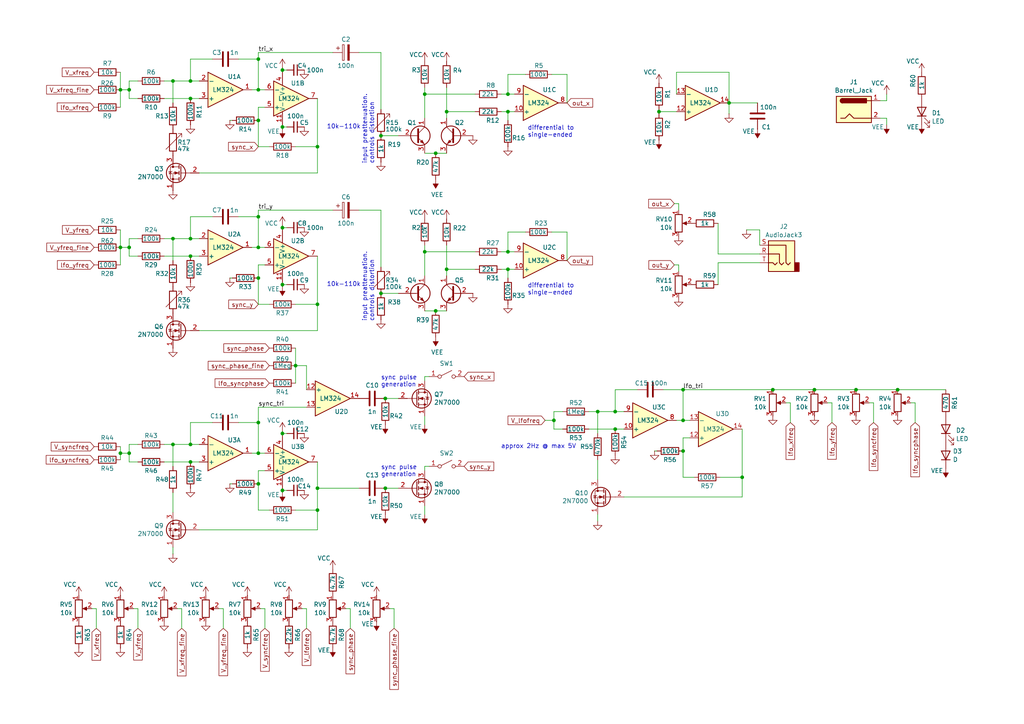
<source format=kicad_sch>
(kicad_sch (version 20231120) (generator "eeschema") (generator_version "8.0")
  (paper "A4")
  (junction (at 260.35 113.03))
  (junction (at 37.465 26.035))
  (junction (at 74.93 80.645))
  (junction (at 236.22 113.03))
  (junction (at 81.915 36.83))
  (junction (at 81.915 142.24))
  (junction (at 147.32 78.105))
  (junction (at 147.32 73.025))
  (junction (at 85.725 106.045))
  (junction (at 34.925 131.445))
  (junction (at 74.93 131.445))
  (junction (at 211.455 29.845))
  (junction (at 34.925 26.035))
  (junction (at 198.12 130.81))
  (junction (at 74.93 122.555))
  (junction (at 55.245 133.985))
  (junction (at 111.76 115.57))
  (junction (at 129.54 32.385))
  (junction (at 37.465 131.445))
  (junction (at 55.245 128.905))
  (junction (at 92.075 42.545))
  (junction (at 55.245 23.495))
  (junction (at 126.365 44.45))
  (junction (at 74.93 26.035))
  (junction (at 74.93 17.145))
  (junction (at 248.285 113.03))
  (junction (at 50.165 23.495))
  (junction (at 173.355 119.38))
  (junction (at 129.54 78.105))
  (junction (at 304.165 124.46))
  (junction (at 110.49 85.09))
  (junction (at 55.245 28.575))
  (junction (at 198.12 113.03))
  (junction (at 111.76 141.605))
  (junction (at 55.245 74.295))
  (junction (at 50.165 69.215))
  (junction (at 215.265 138.43))
  (junction (at 74.93 140.335))
  (junction (at 92.075 88.265))
  (junction (at 178.435 119.38))
  (junction (at 198.12 121.92))
  (junction (at 55.245 69.215))
  (junction (at 81.915 66.04))
  (junction (at 74.93 71.755))
  (junction (at 160.655 121.92))
  (junction (at 81.915 82.55))
  (junction (at 147.32 32.385))
  (junction (at 147.32 27.305))
  (junction (at 74.93 34.925))
  (junction (at 123.19 27.305))
  (junction (at 178.435 124.46))
  (junction (at 123.19 73.025))
  (junction (at 74.93 62.865))
  (junction (at 92.075 141.605))
  (junction (at 34.925 71.755))
  (junction (at 37.465 71.755))
  (junction (at 191.135 32.385))
  (junction (at 81.915 125.73))
  (junction (at 110.49 39.37))
  (junction (at 224.155 113.03))
  (junction (at 92.075 147.955))
  (junction (at 81.915 20.32))
  (junction (at 126.365 90.17))
  (junction (at 50.165 128.905))
  (wire (pts (xy 81.915 66.04) (xy 81.915 65.405)))
  (wire (pts (xy 104.14 15.24) (xy 110.49 15.24)))
  (wire (pts (xy 81.915 37.465) (xy 81.915 36.83)))
  (wire (pts (xy 40.005 182.245) (xy 40.005 176.53)))
  (wire (pts (xy 257.175 34.29) (xy 255.27 34.29)))
  (wire (pts (xy 37.465 133.985) (xy 40.005 133.985)))
  (wire (pts (xy 55.245 62.865) (xy 55.245 69.215)))
  (wire (pts (xy 83.185 20.32) (xy 81.915 20.32)))
  (wire (pts (xy 147.32 21.59) (xy 147.32 27.305)))
  (wire (pts (xy 147.32 67.31) (xy 147.32 73.025)))
  (wire (pts (xy 129.54 34.29) (xy 129.54 32.385)))
  (wire (pts (xy 37.465 71.755) (xy 37.465 74.295)))
  (wire (pts (xy 81.915 142.875) (xy 81.915 142.24)))
  (wire (pts (xy 61.595 122.555) (xy 55.245 122.555)))
  (wire (pts (xy 220.345 66.675) (xy 220.345 71.12)))
  (wire (pts (xy 147.32 78.105) (xy 145.415 78.105)))
  (wire (pts (xy 55.245 28.575) (xy 57.785 28.575)))
  (wire (pts (xy 55.245 17.145) (xy 55.245 23.495)))
  (wire (pts (xy 224.155 113.03) (xy 236.22 113.03)))
  (wire (pts (xy 129.54 80.01) (xy 129.54 78.105)))
  (wire (pts (xy 208.28 76.2) (xy 220.345 76.2)))
  (wire (pts (xy 37.465 28.575) (xy 40.005 28.575)))
  (wire (pts (xy 198.12 121.92) (xy 196.215 121.92)))
  (wire (pts (xy 145.415 73.025) (xy 147.32 73.025)))
  (wire (pts (xy 74.93 60.96) (xy 96.52 60.96)))
  (wire (pts (xy 160.655 124.46) (xy 163.195 124.46)))
  (wire (pts (xy 34.925 20.955) (xy 34.925 26.035)))
  (wire (pts (xy 196.215 20.955) (xy 196.215 27.305)))
  (wire (pts (xy 74.93 122.555) (xy 74.93 131.445)))
  (wire (pts (xy 76.835 182.245) (xy 76.835 176.53)))
  (wire (pts (xy 47.625 128.905) (xy 50.165 128.905)))
  (wire (pts (xy 37.465 26.035) (xy 37.465 23.495)))
  (wire (pts (xy 92.075 88.265) (xy 92.075 74.295)))
  (wire (pts (xy 92.075 153.67) (xy 92.075 147.955)))
  (wire (pts (xy 123.19 123.19) (xy 123.19 120.65)))
  (wire (pts (xy 191.135 31.75) (xy 191.135 32.385)))
  (wire (pts (xy 137.795 27.305) (xy 123.19 27.305)))
  (wire (pts (xy 92.075 147.955) (xy 92.075 141.605)))
  (wire (pts (xy 74.93 26.035) (xy 76.835 26.035)))
  (wire (pts (xy 198.12 138.43) (xy 201.295 138.43)))
  (wire (pts (xy 52.705 182.245) (xy 52.705 176.53)))
  (wire (pts (xy 74.93 122.555) (xy 74.93 118.11)))
  (wire (pts (xy 47.625 28.575) (xy 55.245 28.575)))
  (wire (pts (xy 81.915 83.185) (xy 81.915 82.55)))
  (wire (pts (xy 236.22 113.03) (xy 248.285 113.03)))
  (wire (pts (xy 173.355 125.73) (xy 173.355 119.38)))
  (wire (pts (xy 129.54 71.12) (xy 129.54 78.105)))
  (wire (pts (xy 110.49 39.37) (xy 115.57 39.37)))
  (wire (pts (xy 85.725 106.045) (xy 88.9 106.045)))
  (wire (pts (xy 83.185 36.83) (xy 81.915 36.83)))
  (wire (pts (xy 147.32 21.59) (xy 152.4 21.59)))
  (wire (pts (xy 215.265 124.46) (xy 215.265 138.43)))
  (wire (pts (xy 173.355 119.38) (xy 178.435 119.38)))
  (wire (pts (xy 196.215 20.955) (xy 211.455 20.955)))
  (wire (pts (xy 83.185 125.73) (xy 81.915 125.73)))
  (wire (pts (xy 164.465 67.31) (xy 164.465 75.565)))
  (wire (pts (xy 85.725 106.045) (xy 85.725 111.125)))
  (wire (pts (xy 74.93 131.445) (xy 73.025 131.445)))
  (wire (pts (xy 145.415 27.305) (xy 147.32 27.305)))
  (wire (pts (xy 50.165 69.215) (xy 55.245 69.215)))
  (wire (pts (xy 137.795 78.105) (xy 129.54 78.105)))
  (wire (pts (xy 74.93 17.145) (xy 69.215 17.145)))
  (wire (pts (xy 74.93 26.035) (xy 73.025 26.035)))
  (wire (pts (xy 27.94 176.53) (xy 26.67 176.53)))
  (wire (pts (xy 257.175 29.21) (xy 255.27 29.21)))
  (wire (pts (xy 160.655 119.38) (xy 163.195 119.38)))
  (wire (pts (xy 126.365 90.17) (xy 129.54 90.17)))
  (wire (pts (xy 74.93 60.96) (xy 74.93 62.865)))
  (wire (pts (xy 85.725 147.955) (xy 92.075 147.955)))
  (wire (pts (xy 34.925 71.755) (xy 34.925 76.835)))
  (wire (pts (xy 74.93 71.755) (xy 73.025 71.755)))
  (wire (pts (xy 123.19 25.4) (xy 123.19 27.305)))
  (wire (pts (xy 74.93 17.145) (xy 74.93 26.035)))
  (wire (pts (xy 27.94 182.245) (xy 27.94 176.53)))
  (wire (pts (xy 74.93 31.115) (xy 76.835 31.115)))
  (wire (pts (xy 196.85 59.055) (xy 195.58 59.055)))
  (wire (pts (xy 50.165 158.75) (xy 50.165 160.655)))
  (wire (pts (xy 253.365 116.84) (xy 252.095 116.84)))
  (wire (pts (xy 147.32 80.645) (xy 147.32 78.105)))
  (wire (pts (xy 74.93 31.115) (xy 74.93 34.925)))
  (wire (pts (xy 74.93 147.955) (xy 78.105 147.955)))
  (wire (pts (xy 34.925 131.445) (xy 34.925 133.35)))
  (wire (pts (xy 191.135 32.385) (xy 191.135 33.02)))
  (wire (pts (xy 147.32 67.31) (xy 152.4 67.31)))
  (wire (pts (xy 47.625 69.215) (xy 50.165 69.215)))
  (wire (pts (xy 67.31 140.335) (xy 66.675 140.335)))
  (wire (pts (xy 110.49 15.24) (xy 110.49 31.75)))
  (wire (pts (xy 229.235 122.555) (xy 229.235 116.84)))
  (wire (pts (xy 92.075 141.605) (xy 92.075 133.985)))
  (wire (pts (xy 34.925 66.675) (xy 34.925 71.755)))
  (wire (pts (xy 147.32 27.305) (xy 149.225 27.305)))
  (wire (pts (xy 124.46 109.22) (xy 123.19 109.22)))
  (wire (pts (xy 37.465 69.215) (xy 40.005 69.215)))
  (wire (pts (xy 180.975 144.145) (xy 215.265 144.145)))
  (wire (pts (xy 149.225 78.105) (xy 147.32 78.105)))
  (wire (pts (xy 260.35 113.03) (xy 274.32 113.03)))
  (wire (pts (xy 74.93 136.525) (xy 76.835 136.525)))
  (wire (pts (xy 67.31 34.925) (xy 66.675 34.925)))
  (wire (pts (xy 319.405 165.1) (xy 319.405 174.625)))
  (wire (pts (xy 198.12 127) (xy 200.025 127)))
  (wire (pts (xy 55.245 69.215) (xy 57.785 69.215)))
  (wire (pts (xy 74.93 15.24) (xy 96.52 15.24)))
  (wire (pts (xy 178.435 113.03) (xy 178.435 119.38)))
  (wire (pts (xy 92.075 141.605) (xy 104.14 141.605)))
  (wire (pts (xy 111.76 115.57) (xy 115.57 115.57)))
  (wire (pts (xy 198.12 113.03) (xy 198.12 121.92)))
  (wire (pts (xy 160.655 121.92) (xy 160.655 124.46)))
  (wire (pts (xy 88.9 106.045) (xy 88.9 113.03)))
  (wire (pts (xy 85.725 42.545) (xy 92.075 42.545)))
  (wire (pts (xy 300.99 124.46) (xy 304.165 124.46)))
  (wire (pts (xy 81.915 82.55) (xy 81.915 81.915)))
  (wire (pts (xy 55.245 23.495) (xy 57.785 23.495)))
  (wire (pts (xy 74.93 62.865) (xy 74.93 71.755)))
  (wire (pts (xy 215.265 144.145) (xy 215.265 138.43)))
  (wire (pts (xy 257.175 36.195) (xy 257.175 34.29)))
  (wire (pts (xy 160.655 121.92) (xy 160.655 119.38)))
  (wire (pts (xy 55.245 74.295) (xy 57.785 74.295)))
  (wire (pts (xy 196.85 76.835) (xy 195.58 76.835)))
  (wire (pts (xy 88.9 182.245) (xy 88.9 176.53)))
  (wire (pts (xy 220.345 73.66) (xy 208.28 73.66)))
  (wire (pts (xy 37.465 26.035) (xy 37.465 28.575)))
  (wire (pts (xy 47.625 23.495) (xy 50.165 23.495)))
  (wire (pts (xy 184.785 113.03) (xy 178.435 113.03)))
  (wire (pts (xy 47.625 74.295) (xy 55.245 74.295)))
  (wire (pts (xy 55.245 133.985) (xy 57.785 133.985)))
  (wire (pts (xy 123.19 44.45) (xy 126.365 44.45)))
  (wire (pts (xy 64.77 182.245) (xy 64.77 176.53)))
  (wire (pts (xy 123.19 90.17) (xy 126.365 90.17)))
  (wire (pts (xy 123.19 80.01) (xy 123.19 73.025)))
  (wire (pts (xy 34.925 71.755) (xy 37.465 71.755)))
  (wire (pts (xy 81.915 66.675) (xy 81.915 66.04)))
  (wire (pts (xy 123.19 71.12) (xy 123.19 73.025)))
  (wire (pts (xy 196.85 60.96) (xy 196.85 59.055)))
  (wire (pts (xy 50.165 23.495) (xy 55.245 23.495)))
  (wire (pts (xy 76.835 176.53) (xy 75.565 176.53)))
  (wire (pts (xy 57.785 95.885) (xy 92.075 95.885)))
  (wire (pts (xy 74.93 42.545) (xy 78.105 42.545)))
  (wire (pts (xy 57.785 153.67) (xy 92.075 153.67)))
  (wire (pts (xy 170.815 119.38) (xy 173.355 119.38)))
  (wire (pts (xy 123.19 149.225) (xy 123.19 146.685)))
  (wire (pts (xy 55.245 128.905) (xy 57.785 128.905)))
  (wire (pts (xy 37.465 71.755) (xy 37.465 69.215)))
  (wire (pts (xy 104.14 60.96) (xy 110.49 60.96)))
  (wire (pts (xy 129.54 25.4) (xy 129.54 32.385)))
  (wire (pts (xy 208.915 138.43) (xy 215.265 138.43)))
  (wire (pts (xy 37.465 128.905) (xy 40.005 128.905)))
  (wire (pts (xy 74.93 131.445) (xy 76.835 131.445)))
  (wire (pts (xy 74.93 118.11) (xy 88.9 118.11)))
  (wire (pts (xy 74.93 140.335) (xy 74.93 147.955)))
  (wire (pts (xy 211.455 20.955) (xy 211.455 29.845)))
  (wire (pts (xy 34.925 26.035) (xy 37.465 26.035)))
  (wire (pts (xy 196.85 78.74) (xy 196.85 76.835)))
  (wire (pts (xy 61.595 62.865) (xy 55.245 62.865)))
  (wire (pts (xy 123.19 135.255) (xy 123.19 136.525)))
  (wire (pts (xy 64.77 176.53) (xy 63.5 176.53)))
  (wire (pts (xy 81.915 126.365) (xy 81.915 125.73)))
  (wire (pts (xy 50.165 135.255) (xy 50.165 128.905)))
  (wire (pts (xy 37.465 131.445) (xy 37.465 128.905)))
  (wire (pts (xy 101.6 182.245) (xy 101.6 176.53)))
  (wire (pts (xy 74.93 62.865) (xy 69.215 62.865)))
  (wire (pts (xy 40.005 176.53) (xy 38.735 176.53)))
  (wire (pts (xy 190.5 130.81) (xy 189.865 130.81)))
  (wire (pts (xy 74.93 136.525) (xy 74.93 140.335)))
  (wire (pts (xy 158.115 121.92) (xy 160.655 121.92)))
  (wire (pts (xy 74.93 76.835) (xy 76.835 76.835)))
  (wire (pts (xy 74.93 17.145) (xy 74.93 15.24)))
  (wire (pts (xy 211.455 29.845) (xy 219.71 29.845)))
  (wire (pts (xy 229.235 116.84) (xy 227.965 116.84)))
  (wire (pts (xy 265.43 116.84) (xy 264.16 116.84)))
  (wire (pts (xy 74.93 122.555) (xy 69.215 122.555)))
  (wire (pts (xy 37.465 23.495) (xy 40.005 23.495)))
  (wire (pts (xy 74.93 71.755) (xy 76.835 71.755)))
  (wire (pts (xy 198.12 113.03) (xy 224.155 113.03)))
  (wire (pts (xy 265.43 122.555) (xy 265.43 116.84)))
  (wire (pts (xy 248.285 113.03) (xy 260.35 113.03)))
  (wire (pts (xy 111.76 141.605) (xy 115.57 141.605)))
  (wire (pts (xy 50.165 29.845) (xy 50.165 23.495)))
  (wire (pts (xy 47.625 133.985) (xy 55.245 133.985)))
  (wire (pts (xy 241.3 122.555) (xy 241.3 116.84)))
  (wire (pts (xy 253.365 122.555) (xy 253.365 116.84)))
  (wire (pts (xy 74.93 76.835) (xy 74.93 80.645)))
  (wire (pts (xy 81.915 36.83) (xy 81.915 36.195)))
  (wire (pts (xy 88.9 176.53) (xy 87.63 176.53)))
  (wire (pts (xy 85.725 100.965) (xy 85.725 106.045)))
  (wire (pts (xy 178.435 119.38) (xy 180.975 119.38)))
  (wire (pts (xy 101.6 176.53) (xy 100.33 176.53)))
  (wire (pts (xy 123.19 34.29) (xy 123.19 27.305)))
  (wire (pts (xy 149.225 32.385) (xy 147.32 32.385)))
  (wire (pts (xy 34.925 129.54) (xy 34.925 131.445)))
  (wire (pts (xy 92.075 42.545) (xy 92.075 28.575)))
  (wire (pts (xy 147.32 73.025) (xy 149.225 73.025)))
  (wire (pts (xy 241.3 116.84) (xy 240.03 116.84)))
  (wire (pts (xy 110.49 85.09) (xy 115.57 85.09)))
  (wire (pts (xy 110.49 60.96) (xy 110.49 77.47)))
  (wire (pts (xy 164.465 21.59) (xy 164.465 29.845)))
  (wire (pts (xy 50.165 142.875) (xy 50.165 148.59)))
  (wire (pts (xy 34.925 26.035) (xy 34.925 31.115)))
  (wire (pts (xy 57.785 50.165) (xy 92.075 50.165)))
  (wire (pts (xy 50.165 128.905) (xy 55.245 128.905)))
  (wire (pts (xy 74.93 34.925) (xy 74.93 42.545)))
  (wire (pts (xy 211.455 29.845) (xy 211.455 33.02)))
  (wire (pts (xy 191.135 32.385) (xy 196.215 32.385)))
  (wire (pts (xy 83.185 66.04) (xy 81.915 66.04)))
  (wire (pts (xy 74.93 88.265) (xy 78.105 88.265)))
  (wire (pts (xy 50.165 75.565) (xy 50.165 69.215)))
  (wire (pts (xy 170.815 124.46) (xy 178.435 124.46)))
  (wire (pts (xy 123.19 109.22) (xy 123.19 110.49)))
  (wire (pts (xy 173.355 149.225) (xy 173.355 151.13)))
  (wire (pts (xy 216.535 66.675) (xy 220.345 66.675)))
  (wire (pts (xy 198.12 121.92) (xy 200.025 121.92)))
  (wire (pts (xy 61.595 17.145) (xy 55.245 17.145)))
  (wire (pts (xy 52.705 176.53) (xy 51.435 176.53)))
  (wire (pts (xy 34.925 131.445) (xy 37.465 131.445)))
  (wire (pts (xy 85.725 88.265) (xy 92.075 88.265)))
  (wire (pts (xy 55.245 122.555) (xy 55.245 128.905)))
  (wire (pts (xy 92.075 50.165) (xy 92.075 42.545)))
  (wire (pts (xy 198.12 127) (xy 198.12 130.81)))
  (wire (pts (xy 137.795 32.385) (xy 129.54 32.385)))
  (wire (pts (xy 160.02 21.59) (xy 164.465 21.59)))
  (wire (pts (xy 173.355 133.35) (xy 173.355 139.065)))
  (wire (pts (xy 114.3 176.53) (xy 113.03 176.53)))
  (wire (pts (xy 81.915 20.955) (xy 81.915 20.32)))
  (wire (pts (xy 126.365 44.45) (xy 129.54 44.45)))
  (wire (pts (xy 81.915 125.73) (xy 81.915 125.095)))
  (wire (pts (xy 83.185 82.55) (xy 81.915 82.55)))
  (wire (pts (xy 208.28 82.55) (xy 208.28 76.2)))
  (wire (pts (xy 83.185 142.24) (xy 81.915 142.24)))
  (wire (pts (xy 137.795 73.025) (xy 123.19 73.025)))
  (wire (pts (xy 81.915 142.24) (xy 81.915 141.605)))
  (wire (pts (xy 74.93 80.645) (xy 74.93 88.265)))
  (wire (pts (xy 37.465 74.295) (xy 40.005 74.295)))
  (wire (pts (xy 160.02 67.31) (xy 164.465 67.31)))
  (wire (pts (xy 198.12 130.81) (xy 198.12 138.43)))
  (wire (pts (xy 37.465 131.445) (xy 37.465 133.985)))
  (wire (pts (xy 147.32 32.385) (xy 145.415 32.385)))
  (wire (pts (xy 257.175 27.305) (xy 257.175 29.21)))
  (wire (pts (xy 208.28 73.66) (xy 208.28 64.77)))
  (wire (pts (xy 114.3 182.245) (xy 114.3 176.53)))
  (wire (pts (xy 67.31 80.645) (xy 66.675 80.645)))
  (wire (pts (xy 92.075 95.885) (xy 92.075 88.265)))
  (wire (pts (xy 81.915 20.32) (xy 81.915 19.685)))
  (wire (pts (xy 147.32 34.925) (xy 147.32 32.385)))
  (wire (pts (xy 124.46 135.255) (xy 123.19 135.255)))
  (wire (pts (xy 178.435 124.46) (xy 180.975 124.46)))
  (wire (pts (xy 198.12 113.03) (xy 192.405 113.03)))
  (wire (pts (xy 300.99 125.73) (xy 300.99 124.46)))
  (text "differential to\nsingle-ended" (at 153.035 85.725 0) (effects (font (size 1.27 1.27)) (justify left bottom)))
  (text "differential to\nsingle-ended" (at 153.035 40.005 0) (effects (font (size 1.27 1.27)) (justify left bottom)))
  (text "sync pulse\ngeneration" (at 110.49 138.43 0) (effects (font (size 1.27 1.27)) (justify left bottom)))
  (text "sync pulse\ngeneration" (at 110.49 112.395 0) (effects (font (size 1.27 1.27)) (justify left bottom)))
  (text "simulates the effect of the potis\nwhich are excluded from simulation" (at 342.265 127 90) (effects (font (size 1.27 1.27))))
  (text "approx 2Hz @ max 5V" (at 156.21 129.54 0) (effects (font (size 1.27 1.27))))
  (text "10k-110k\n" (at 99.695 82.55 0) (effects (font (size 1.27 1.27))))
  (text "input preattenuation.\ncontrols distortion" (at 108.585 47.625 90) (effects (font (size 1.27 1.27)) (justify left bottom)))
  (text "input preattenuation.\ncontrols distortion" (at 108.585 93.345 90) (effects (font (size 1.27 1.27)) (justify left bottom)))
  (text ".options gmin=1e-10\n.options abstol=1e-10\n.options reltol=0.005\n.options cshunt=1e-15\n* .options rshunt=1T\n" (at 311.785 33.02 0) (effects (font (size 1.27 1.27))))
  (text "10k-110k\n" (at 99.695 36.83 0) (effects (font (size 1.27 1.27))))
  (label "sync_tri" (at 74.93 118.11 0))
  (label "tri_x" (at 74.93 15.24 0))
  (label "lfo_tri" (at 198.12 113.03 0))
  (label "tri_y" (at 74.93 60.96 0))
  (global_label "sync_y" (shape input) (at 134.62 135.255 0) (property "Intersheetrefs" "${INTERSHEET_REFS}" (effects (hide yes))))
  (global_label "V_syncfreq" (shape input) (at 27.305 129.54 180) (property "Intersheetrefs" "${INTERSHEET_REFS}" (effects (hide yes))))
  (global_label "V_xfreq" (shape input) (at 27.94 182.245 270) (property "Intersheetrefs" "${INTERSHEET_REFS}" (effects (hide yes))))
  (global_label "V_yfreq" (shape input) (at 311.785 94.615 180) (property "Intersheetrefs" "${INTERSHEET_REFS}" (effects (hide yes))))
  (global_label "lfo_yfreq" (shape input) (at 241.3 122.555 270) (property "Intersheetrefs" "${INTERSHEET_REFS}" (effects (hide yes))))
  (global_label "V_xfreq" (shape input) (at 27.305 20.955 180) (property "Intersheetrefs" "${INTERSHEET_REFS}" (effects (hide yes))))
  (global_label "V_yfreq" (shape input) (at 40.005 182.245 270) (property "Intersheetrefs" "${INTERSHEET_REFS}" (effects (hide yes))))
  (global_label "lfo_yfreq" (shape input) (at 27.305 76.835 180) (property "Intersheetrefs" "${INTERSHEET_REFS}" (effects (hide yes))))
  (global_label "sync_phase_fine" (shape input) (at 114.3 182.245 270) (property "Intersheetrefs" "${INTERSHEET_REFS}" (effects (hide yes))))
  (global_label "V_syncfreq" (shape input) (at 76.835 182.245 270) (property "Intersheetrefs" "${INTERSHEET_REFS}" (effects (hide yes))))
  (global_label "out_x" (shape input) (at 195.58 59.055 180) (property "Intersheetrefs" "${INTERSHEET_REFS}" (effects (hide yes))))
  (global_label "lfo_syncfreq" (shape input) (at 27.305 133.35 180) (property "Intersheetrefs" "${INTERSHEET_REFS}" (effects (hide yes))))
  (global_label "lfo_syncphase" (shape input) (at 319.405 165.1 180) (property "Intersheetrefs" "${INTERSHEET_REFS}" (effects (hide yes))))
  (global_label "sync_x" (shape input) (at 74.93 42.545 180) (property "Intersheetrefs" "${INTERSHEET_REFS}" (effects (hide yes))))
  (global_label "V_lfofreq" (shape input) (at 158.115 121.92 180) (property "Intersheetrefs" "${INTERSHEET_REFS}" (effects (hide yes))))
  (global_label "V_yfreq" (shape input) (at 27.305 66.675 180) (property "Intersheetrefs" "${INTERSHEET_REFS}" (effects (hide yes))))
  (global_label "out_x" (shape input) (at 164.465 29.845 0) (property "Intersheetrefs" "${INTERSHEET_REFS}" (effects (hide yes))))
  (global_label "sync_x" (shape input) (at 134.62 109.22 0) (property "Intersheetrefs" "${INTERSHEET_REFS}" (effects (hide yes))))
  (global_label "lfo_xfreq" (shape input) (at 27.305 31.115 180) (property "Intersheetrefs" "${INTERSHEET_REFS}" (effects (hide yes))))
  (global_label "sync_phase" (shape input) (at 314.325 146.05 180) (property "Intersheetrefs" "${INTERSHEET_REFS}" (effects (hide yes))))
  (global_label "V_xfreq" (shape input) (at 311.785 76.835 180) (property "Intersheetrefs" "${INTERSHEET_REFS}" (effects (hide yes))))
  (global_label "out_y" (shape input) (at 195.58 76.835 180) (property "Intersheetrefs" "${INTERSHEET_REFS}" (effects (hide yes))))
  (global_label "sync_phase" (shape input) (at 101.6 182.245 270) (property "Intersheetrefs" "${INTERSHEET_REFS}" (effects (hide yes))))
  (global_label "lfo_xfreq" (shape input) (at 229.235 122.555 270) (property "Intersheetrefs" "${INTERSHEET_REFS}" (effects (hide yes))))
  (global_label "out_y" (shape input) (at 164.465 75.565 0) (property "Intersheetrefs" "${INTERSHEET_REFS}" (effects (hide yes))))
  (global_label "V_lfofreq" (shape input) (at 88.9 182.245 270) (property "Intersheetrefs" "${INTERSHEET_REFS}" (effects (hide yes))))
  (global_label "lfo_syncphase" (shape input) (at 265.43 122.555 270) (property "Intersheetrefs" "${INTERSHEET_REFS}" (effects (hide yes))))
  (global_label "lfo_syncphase" (shape input) (at 78.105 111.125 180) (property "Intersheetrefs" "${INTERSHEET_REFS}" (effects (hide yes))))
  (global_label "V_xfreq_fine" (shape input) (at 27.305 26.035 180) (property "Intersheetrefs" "${INTERSHEET_REFS}" (effects (hide yes))))
  (global_label "sync_y" (shape input) (at 74.93 88.265 180) (property "Intersheetrefs" "${INTERSHEET_REFS}" (effects (hide yes))))
  (global_label "V_lfofreq" (shape input) (at 311.15 43.18 180) (property "Intersheetrefs" "${INTERSHEET_REFS}" (effects (hide yes))))
  (global_label "V_yfreq_fine" (shape input) (at 27.305 71.755 180) (property "Intersheetrefs" "${INTERSHEET_REFS}" (effects (hide yes))))
  (global_label "V_syncfreq" (shape input) (at 311.15 59.69 180) (property "Intersheetrefs" "${INTERSHEET_REFS}" (effects (hide yes))))
  (global_label "lfo_syncfreq" (shape input) (at 319.405 168.275 180) (property "Intersheetrefs" "${INTERSHEET_REFS}" (effects (hide yes))))
  (global_label "sync_phase" (shape input) (at 78.105 100.965 180) (property "Intersheetrefs" "${INTERSHEET_REFS}" (effects (hide yes))))
  (global_label "lfo_syncfreq" (shape input) (at 253.365 122.555 270) (property "Intersheetrefs" "${INTERSHEET_REFS}" (effects (hide yes))))
  (global_label "lfo_xfreq" (shape input) (at 319.405 174.625 180) (property "Intersheetrefs" "${INTERSHEET_REFS}" (effects (hide yes))))
  (global_label "V_xfreq_fine" (shape input) (at 52.705 182.245 270) (property "Intersheetrefs" "${INTERSHEET_REFS}" (effects (hide yes))))
  (global_label "V_yfreq_fine" (shape input) (at 64.77 182.245 270) (property "Intersheetrefs" "${INTERSHEET_REFS}" (effects (hide yes))))
  (global_label "lfo_yfreq" (shape input) (at 319.405 171.45 180) (property "Intersheetrefs" "${INTERSHEET_REFS}" (effects (hide yes))))
  (global_label "sync_phase_fine" (shape input) (at 78.105 106.045 180) (property "Intersheetrefs" "${INTERSHEET_REFS}" (effects (hide yes))))
  (symbol (lib_id "power:VCC") (at 96.52 165.1 0) (unit 1)
    (property "Reference" "#PWR075" (effects (hide yes)))
    (property "Value" "VCC" (at 93.98 161.925 0))
    (property "Description" "Power symbol creates a global label with name \"VCC\"" (effects (hide yes)))
  )
  (symbol (lib_id "Device:R") (at 81.915 111.125 90) (mirror x) (unit 1)
    (property "Reference" "R41" (at 81.915 113.665 90))
    (property "Value" "100k" (at 81.915 111.125 90))
    (property "Footprint" "Resistor_SMD:R_0805_2012Metric_Pad1.20x1.40mm_HandSolder" (effects (hide yes)))
    (property "Sim.Device" "R" (effects (hide yes)))
    (property "Sim.Pins" "1=+ 2=-" (effects (hide yes)))
  )
  (symbol (lib_id "power:VCC") (at 81.915 19.685 0) (unit 1)
    (property "Reference" "#PWR07" (effects (hide yes)))
    (property "Value" "VCC" (at 78.74 19.05 0))
    (property "Description" "Power symbol creates a global label with name \"VCC\"" (effects (hide yes)))
  )
  (symbol (lib_id "Device:R") (at 204.47 82.55 270) (mirror x) (unit 1)
    (property "Reference" "R59" (at 203.835 80.01 90) (effects (justify left)))
    (property "Value" "1k" (at 203.2 82.55 90) (effects (justify left)))
    (property "Footprint" "Resistor_SMD:R_0805_2012Metric_Pad1.20x1.40mm_HandSolder" (effects (hide yes)))
  )
  (symbol (lib_id "power:GND") (at 83.82 187.96 0) (unit 1)
    (property "Reference" "#PWR067" (effects (hide yes)))
    (property "Value" "GNDREF" (effects (hide yes)))
    (property "Description" "Power symbol creates a global label with name \"GND\" , ground" (effects (hide yes)))
  )
  (symbol (lib_id "Device:R_Potentiometer") (at 260.35 116.84 0) (unit 1) (exclude_from_sim yes)
    (property "Reference" "RV4" (at 258.5721 115.6278 0) (effects (justify right)))
    (property "Value" "10k" (at 258.5721 118.0521 0) (effects (justify right)))
    (property "Footprint" "Potentiometer_THT:Potentiometer_Alpha_RD901F-40-00D_Single_Vertical" (effects (hide yes)))
    (property "Description" "Potentiometer" (effects (hide yes)))
  )
  (symbol (lib_id "Device:R") (at 43.815 69.215 90) (mirror x) (unit 1)
    (property "Reference" "R24" (at 43.815 66.675 90))
    (property "Value" "100k" (at 43.815 69.215 90))
    (property "Footprint" "Resistor_SMD:R_0805_2012Metric_Pad1.20x1.40mm_HandSolder" (effects (hide yes)))
  )
  (symbol (lib_id "Amplifier_Operational:LM324") (at 84.455 133.985 0) (mirror x) (unit 2)
    (property "Reference" "U3" (at 86.36 129.54 0))
    (property "Value" "LM324" (at 83.82 133.985 0))
    (property "Footprint" "Package_DIP:DIP-14_W7.62mm" (effects (hide yes)))
    (property "Datasheet" "http://www.ti.com/lit/ds/symlink/lm2902-n.pdf" (effects (hide yes)))
    (property "Sim.Library" "/home/flo/kicad-spice/LM324-quad.ti.lib" (effects (hide yes)))
    (property "Sim.Name" "LM324QUAD" (effects (hide yes)))
    (property "Sim.Device" "SUBCKT" (effects (hide yes)))
    (property "Sim.Pins" "1=1 2=2 3=3 4=4 5=5 6=6 7=7 8=8 9=9 10=10 11=11 12=12 13=13 14=14" (effects (hide yes)))
  )
  (symbol (lib_id "power:GND") (at 311.15 53.34 0) (unit 1)
    (property "Reference" "#PWR09" (effects (hide yes)))
    (property "Value" "GNDREF" (effects (hide yes)))
    (property "Description" "Power symbol creates a global label with name \"GND\" , ground" (effects (hide yes)))
  )
  (symbol (lib_id "Device:R") (at 147.32 84.455 0) (mirror y) (unit 1)
    (property "Reference" "R35" (at 152.4 85.725 0) (effects (justify left)))
    (property "Value" "100k" (at 147.32 86.995 90) (effects (justify left)))
    (property "Footprint" "Resistor_SMD:R_0805_2012Metric_Pad1.20x1.40mm_HandSolder" (effects (hide yes)))
  )
  (symbol (lib_id "voice_board-rescue:CP-Device") (at 100.33 60.96 90) (mirror x) (unit 1)
    (property "Reference" "C6" (at 100.33 57.15 90))
    (property "Value" "100n" (at 100.33 64.77 90))
    (property "Footprint" "Capacitor_SMD:C_0805_2012Metric_Pad1.18x1.45mm_HandSolder" (effects (hide yes)))
    (property "Sim.Device" "C" (effects (hide yes)))
    (property "Sim.Pins" "1=+ 2=-" (effects (hide yes)))
  )
  (symbol (lib_id "Device:R_Variable") (at 110.49 35.56 0) (unit 1)
    (property "Reference" "R15" (at 111.76 35.56 0) (effects (justify left)))
    (property "Value" "100k" (at 111.76 37.465 0) (effects (justify left)))
    (property "Footprint" "Potentiometer_THT:Potentiometer_Alpha_RD901F-40-00D_Single_Vertical" (effects (hide yes)))
    (property "Sim.Device" "R" (effects (hide yes)))
    (property "Sim.Pins" "1=+ 2=-" (effects (hide yes)))
    (property "Sim.Params" "r=23k" (effects (hide yes)))
  )
  (symbol (lib_id "power:GND") (at 55.245 36.195 0) (unit 1)
    (property "Reference" "#PWR012" (effects (hide yes)))
    (property "Value" "GNDREF" (effects (hide yes)))
    (property "Description" "Power symbol creates a global label with name \"GND\" , ground" (effects (hide yes)))
  )
  (symbol (lib_id "Device:R") (at 110.49 43.18 0) (mirror x) (unit 1)
    (property "Reference" "R19" (at 112.395 41.91 0) (effects (justify left)))
    (property "Value" "1k" (at 110.49 41.91 90) (effects (justify left)))
    (property "Footprint" "Resistor_SMD:R_0805_2012Metric_Pad1.20x1.40mm_HandSolder" (effects (hide yes)))
  )
  (symbol (lib_id "Amplifier_Operational:LM324") (at 84.455 74.295 0) (mirror x) (unit 2)
    (property "Reference" "U2" (at 86.36 69.85 0))
    (property "Value" "LM324" (at 83.82 74.295 0))
    (property "Footprint" "Package_DIP:DIP-14_W7.62mm" (effects (hide yes)))
    (property "Datasheet" "http://www.ti.com/lit/ds/symlink/lm2902-n.pdf" (effects (hide yes)))
    (property "Sim.Library" "/home/flo/kicad-spice/LM324-quad.ti.lib" (effects (hide yes)))
    (property "Sim.Name" "LM324QUAD" (effects (hide yes)))
    (property "Sim.Device" "SUBCKT" (effects (hide yes)))
    (property "Sim.Pins" "1=1 2=2 3=3 4=4 5=5 6=6 7=7 8=8 9=9 10=10 11=11 12=12 13=13 14=14" (effects (hide yes)))
  )
  (symbol (lib_id "Device:C_Small") (at 85.725 142.24 270) (unit 1)
    (property "Reference" "C14" (at 88.265 140.97 90))
    (property "Value" "100n" (at 85.725 139.065 90))
    (property "Footprint" "Capacitor_SMD:C_0805_2012Metric_Pad1.18x1.45mm_HandSolder" (effects (hide yes)))
  )
  (symbol (lib_id "power:VEE") (at 219.71 37.465 180) (unit 1)
    (property "Reference" "#PWR03" (effects (hide yes)))
    (property "Value" "VEE" (at 217.17 38.1 0))
    (property "Description" "Power symbol creates a global label with name \"VEE\"" (effects (hide yes)))
  )
  (symbol (lib_id "Device:R") (at 147.32 38.735 0) (mirror y) (unit 1)
    (property "Reference" "R16" (at 152.4 40.005 0) (effects (justify left)))
    (property "Value" "100k" (at 147.32 41.275 90) (effects (justify left)))
    (property "Footprint" "Resistor_SMD:R_0805_2012Metric_Pad1.20x1.40mm_HandSolder" (effects (hide yes)))
  )
  (symbol (lib_id "Device:R") (at 337.185 123.825 0) (mirror y) (unit 1) (in_bom no) (on_board no)
    (property "Reference" "R99" (at 334.645 124.46 90) (effects (justify left)))
    (property "Value" "1k" (at 337.185 125.095 90) (effects (justify left)))
    (property "Footprint" "Resistor_SMD:R_0805_2012Metric_Pad1.15x1.40mm_HandSolder" (effects (hide yes)))
  )
  (symbol (lib_id "Device:LED") (at 274.32 124.46 90) (unit 1)
    (property "Reference" "D2" (at 277.241 124.8353 90) (effects (justify right)))
    (property "Value" "LED" (at 277.241 127.2596 90) (effects (justify right)))
    (property "Footprint" "LED_THT:LED_D3.0mm" (effects (hide yes)))
    (property "Description" "Light emitting diode" (effects (hide yes)))
    (property "Sim.Device" "D" (effects (hide yes)))
    (property "Sim.Pins" "1=K 2=A" (effects (hide yes)))
    (property "Sim.Params" "vj=1.8" (effects (hide yes)))
  )
  (symbol (lib_id "power:GND") (at 216.535 66.675 0) (unit 1)
    (property "Reference" "#PWR073" (effects (hide yes)))
    (property "Value" "GNDREF" (effects (hide yes)))
    (property "Description" "Power symbol creates a global label with name \"GND\" , ground" (effects (hide yes)))
  )
  (symbol (lib_id "power:GND") (at 88.265 82.55 0) (unit 1)
    (property "Reference" "#PWR032" (effects (hide yes)))
    (property "Value" "GNDREF" (effects (hide yes)))
    (property "Description" "Power symbol creates a global label with name \"GND\" , ground" (effects (hide yes)))
  )
  (symbol (lib_id "Device:R") (at 123.19 21.59 0) (unit 1)
    (property "Reference" "R3" (at 119.38 20.32 0) (effects (justify left)))
    (property "Value" "10k" (at 123.19 23.495 90) (effects (justify left)))
    (property "Footprint" "Resistor_SMD:R_0805_2012Metric_Pad1.20x1.40mm_HandSolder" (effects (hide yes)))
  )
  (symbol (lib_id "Device:R") (at 31.115 76.835 90) (mirror x) (unit 1)
    (property "Reference" "R28" (at 31.115 79.375 90))
    (property "Value" "100k" (at 31.115 76.835 90))
    (property "Footprint" "Resistor_SMD:R_0805_2012Metric_Pad1.20x1.40mm_HandSolder" (effects (hide yes)))
    (property "Sim.Device" "R" (effects (hide yes)))
    (property "Sim.Pins" "1=+ 2=-" (effects (hide yes)))
  )
  (symbol (lib_id "power:VCC") (at 257.175 27.305 0) (unit 1)
    (property "Reference" "#PWR010" (effects (hide yes)))
    (property "Value" "VCC" (at 254.635 24.13 0))
    (property "Description" "Power symbol creates a global label with name \"VCC\"" (effects (hide yes)))
  )
  (symbol (lib_id "Device:R") (at 34.925 184.15 0) (mirror x) (unit 1)
    (property "Reference" "R64" (at 37.465 184.15 90))
    (property "Value" "1k" (at 34.925 184.15 90))
    (property "Footprint" "Resistor_SMD:R_0805_2012Metric_Pad1.20x1.40mm_HandSolder" (effects (hide yes)))
    (property "Sim.Device" "R" (effects (hide yes)))
    (property "Sim.Pins" "1=+ 2=-" (effects (hide yes)))
  )
  (symbol (lib_id "Amplifier_Operational:LM324") (at 65.405 71.755 0) (mirror x) (unit 1)
    (property "Reference" "U2" (at 67.945 67.945 0))
    (property "Value" "LM324" (at 64.77 71.755 0))
    (property "Footprint" "Package_DIP:DIP-14_W7.62mm" (effects (hide yes)))
    (property "Datasheet" "http://www.ti.com/lit/ds/symlink/lm2902-n.pdf" (effects (hide yes)))
    (property "Sim.Library" "/home/flo/kicad-spice/LM324-quad.ti.lib" (effects (hide yes)))
    (property "Sim.Name" "LM324QUAD" (effects (hide yes)))
    (property "Sim.Device" "SUBCKT" (effects (hide yes)))
    (property "Sim.Pins" "1=1 2=2 3=3 4=4 5=5 6=6 7=7 8=8 9=9 10=10 11=11 12=12 13=13 14=14" (effects (hide yes)))
  )
  (symbol (lib_id "power:GND") (at 337.185 127.635 0) (unit 1)
    (property "Reference" "#PWR028" (effects (hide yes)))
    (property "Value" "GNDREF" (effects (hide yes)))
    (property "Description" "Power symbol creates a global label with name \"GND\" , ground" (effects (hide yes)))
  )
  (symbol (lib_id "power:VEE") (at 81.915 83.185 180) (unit 1)
    (property "Reference" "#PWR033" (effects (hide yes)))
    (property "Value" "VEE" (at 79.375 83.82 0))
    (property "Description" "Power symbol creates a global label with name \"VEE\"" (effects (hide yes)))
  )
  (symbol (lib_id "Amplifier_Operational:LM324") (at 207.645 124.46 0) (mirror x) (unit 4)
    (property "Reference" "U3" (at 209.55 120.015 0))
    (property "Value" "LM324" (at 207.01 124.46 0))
    (property "Footprint" "Package_DIP:DIP-14_W7.62mm" (effects (hide yes)))
    (property "Datasheet" "http://www.ti.com/lit/ds/symlink/lm2902-n.pdf" (effects (hide yes)))
    (property "Sim.Library" "/home/flo/kicad-spice/LM324-quad.ti.lib" (effects (hide yes)))
    (property "Sim.Name" "LM324QUAD" (effects (hide yes)))
    (property "Sim.Device" "SUBCKT" (effects (hide yes)))
    (property "Sim.Pins" "1=1 2=2 3=3 4=4 5=5 6=6 7=7 8=8 9=9 10=10 11=11 12=12 13=13 14=14" (effects (hide yes)))
  )
  (symbol (lib_id "Device:R") (at 31.115 20.955 90) (mirror x) (unit 1)
    (property "Reference" "R7" (at 31.115 18.415 90))
    (property "Value" "10k" (at 31.115 20.955 90))
    (property "Footprint" "Resistor_SMD:R_0805_2012Metric_Pad1.20x1.40mm_HandSolder" (effects (hide yes)))
    (property "Sim.Device" "R" (effects (hide yes)))
    (property "Sim.Pins" "1=+ 2=-" (effects (hide yes)))
  )
  (symbol (lib_id "Device:R_Potentiometer") (at 109.22 176.53 0) (unit 1) (exclude_from_sim yes)
    (property "Reference" "RV14" (at 107.4421 175.3178 0) (effects (justify right)))
    (property "Value" "10k" (at 107.4421 177.7421 0) (effects (justify right)))
    (property "Footprint" "Potentiometer_THT:Potentiometer_Alpha_RD901F-40-00D_Single_Vertical" (effects (hide yes)))
    (property "Description" "Potentiometer" (effects (hide yes)))
  )
  (symbol (lib_id "Device:C") (at 219.71 33.655 0) (unit 1)
    (property "Reference" "C1" (at 222.25 36.83 0))
    (property "Value" "100n" (at 222.885 31.115 0))
    (property "Footprint" "Capacitor_SMD:C_0805_2012Metric_Pad1.18x1.45mm_HandSolder" (effects (hide yes)))
  )
  (symbol (lib_id "Device:R") (at 55.245 32.385 180) (unit 1)
    (property "Reference" "R11" (at 57.785 32.385 90))
    (property "Value" "100k" (at 55.245 32.385 90))
    (property "Footprint" "Resistor_SMD:R_0805_2012Metric_Pad1.20x1.40mm_HandSolder" (effects (hide yes)))
  )
  (symbol (lib_id "Switch:SW_SPST") (at 129.54 109.22 0) (unit 1)
    (property "Reference" "SW1" (at 129.54 105.41 0))
    (property "Value" "${SIM.PARAMS}" (effects (hide yes)))
    (property "Footprint" "footprints:switch8x8" (effects (hide yes)))
    (property "Description" "Single Pole Single Throw (SPST) switch" (effects (hide yes)))
    (property "Sim.Device" "R" (effects (hide yes)))
    (property "Sim.Pins" "1=+ 2=-" (effects (hide yes)))
    (property "Sim.Params" "r=0" (effects (hide yes)))
  )
  (symbol (lib_id "Device:R") (at 123.19 67.31 0) (unit 1)
    (property "Reference" "R21" (at 119.38 66.04 0) (effects (justify left)))
    (property "Value" "10k" (at 123.19 69.215 90) (effects (justify left)))
    (property "Footprint" "Resistor_SMD:R_0805_2012Metric_Pad1.20x1.40mm_HandSolder" (effects (hide yes)))
  )
  (symbol (lib_id "Device:C_Small") (at 85.725 36.83 270) (unit 1)
    (property "Reference" "C5" (at 88.265 35.56 90))
    (property "Value" "100n" (at 85.725 33.655 90))
    (property "Footprint" "Capacitor_SMD:C_0805_2012Metric_Pad1.18x1.45mm_HandSolder" (effects (hide yes)))
  )
  (symbol (lib_id "Transistor_FET:2N7000") (at 120.65 141.605 0) (unit 1)
    (property "Reference" "Q8" (at 125.8824 140.4366 0) (effects (justify left)))
    (property "Value" "2N7000" (at 125.8824 142.748 0) (effects (justify left)))
    (property "Footprint" "Package_TO_SOT_THT:TO-92_Inline" (effects (hide yes)))
    (property "Datasheet" "https://www.fairchildsemi.com/datasheets/2N/2N7000.pdf" (effects (hide yes)))
    (property "Sim.Library" "/home/flo/kicad-spice/2N7000.onsemi.lib" (effects (hide yes)))
    (property "Sim.Name" "2N7000" (effects (hide yes)))
    (property "Sim.Device" "SUBCKT" (effects (hide yes)))
    (property "Sim.Pins" "1=3 2=2 3=1" (effects (hide yes)))
  )
  (symbol (lib_id "power:GND") (at 178.435 132.08 0) (unit 1)
    (property "Reference" "#PWR058" (effects (hide yes)))
    (property "Value" "GNDREF" (effects (hide yes)))
    (property "Description" "Power symbol creates a global label with name \"GND\" , ground" (effects (hide yes)))
  )
  (symbol (lib_id "Amplifier_Operational:LM324") (at 65.405 131.445 0) (mirror x) (unit 1)
    (property "Reference" "U3" (at 67.945 127.635 0))
    (property "Value" "LM324" (at 64.77 131.445 0))
    (property "Footprint" "Package_DIP:DIP-14_W7.62mm" (effects (hide yes)))
    (property "Datasheet" "http://www.ti.com/lit/ds/symlink/lm2902-n.pdf" (effects (hide yes)))
    (property "Sim.Library" "/home/flo/kicad-spice/LM324-quad.ti.lib" (effects (hide yes)))
    (property "Sim.Name" "LM324QUAD" (effects (hide yes)))
    (property "Sim.Device" "SUBCKT" (effects (hide yes)))
    (property "Sim.Pins" "1=1 2=2 3=3 4=4 5=5 6=6 7=7 8=8 9=9 10=10 11=11 12=12 13=13 14=14" (effects (hide yes)))
  )
  (symbol (lib_id "power:GND") (at 224.155 120.65 0) (unit 1)
    (property "Reference" "#PWR053" (effects (hide yes)))
    (property "Value" "GNDREF" (effects (hide yes)))
    (property "Description" "Power symbol creates a global label with name \"GND\" , ground" (effects (hide yes)))
  )
  (symbol (lib_id "power:VCC") (at 71.755 172.72 0) (unit 1)
    (property "Reference" "#PWR062" (effects (hide yes)))
    (property "Value" "VCC" (at 69.215 169.545 0))
    (property "Description" "Power symbol creates a global label with name \"VCC\"" (effects (hide yes)))
  )
  (symbol (lib_id "power:VEE") (at 191.135 40.64 180) (unit 1)
    (property "Reference" "#PWR04" (effects (hide yes)))
    (property "Value" "VEE" (at 188.595 41.275 0))
    (property "Description" "Power symbol creates a global label with name \"VEE\"" (effects (hide yes)))
  )
  (symbol (lib_id "power:VCC") (at 267.335 20.955 0) (unit 1)
    (property "Reference" "#PWR070" (effects (hide yes)))
    (property "Value" "VCC" (at 264.795 17.78 0))
    (property "Description" "Power symbol creates a global label with name \"VCC\"" (effects (hide yes)))
  )
  (symbol (lib_id "Transistor_BJT:BC546") (at 132.08 39.37 0) (mirror y) (unit 1)
    (property "Reference" "Q2" (at 134.62 35.56 0) (effects (justify left)))
    (property "Value" "BC557" (effects (hide yes)))
    (property "Footprint" "Package_TO_SOT_THT:TO-92_Inline" (effects (hide yes)))
    (property "Datasheet" "https://www.onsemi.com/pub/Collateral/BC550-D.pdf" (effects (hide yes)))
    (property "Description" "0.1A Ic, 65V Vce, Small Signal NPN Transistor, TO-92" (effects (hide yes)))
    (property "Sim.Library" "/home/flo/kicad-spice/BC546.lib" (effects (hide yes)))
    (property "Sim.Name" "BC546B" (effects (hide yes)))
    (property "Sim.Device" "NPN" (effects (hide yes)))
    (property "Sim.Type" "GUMMELPOON" (effects (hide yes)))
    (property "Sim.Pins" "1=C 2=B 3=E" (effects (hide yes)))
  )
  (symbol (lib_id "Transistor_FET:2N7000") (at 52.705 153.67 0) (mirror y) (unit 1)
    (property "Reference" "Q9" (at 47.4726 152.5016 0) (effects (justify left)))
    (property "Value" "2N7000" (at 47.4726 154.813 0) (effects (justify left)))
    (property "Footprint" "Package_TO_SOT_THT:TO-92_Inline" (effects (hide yes)))
    (property "Datasheet" "https://www.fairchildsemi.com/datasheets/2N/2N7000.pdf" (effects (hide yes)))
    (property "Sim.Library" "/home/flo/kicad-spice/2N7000.onsemi.lib" (effects (hide yes)))
    (property "Sim.Name" "2N7000" (effects (hide yes)))
    (property "Sim.Device" "SUBCKT" (effects (hide yes)))
    (property "Sim.Pins" "1=3 2=2 3=1" (effects (hide yes)))
  )
  (symbol (lib_id "power:GND") (at 260.35 120.65 0) (unit 1)
    (property "Reference" "#PWR056" (effects (hide yes)))
    (property "Value" "GNDREF" (effects (hide yes)))
    (property "Description" "Power symbol creates a global label with name \"GND\" , ground" (effects (hide yes)))
  )
  (symbol (lib_id "Device:R") (at 50.165 33.655 180) (unit 1)
    (property "Reference" "R13" (at 46.99 33.655 0))
    (property "Value" "10k" (at 50.165 33.655 90))
    (property "Footprint" "Resistor_SMD:R_0805_2012Metric_Pad1.20x1.40mm_HandSolder" (effects (hide yes)))
    (property "Sim.Device" "R" (effects (hide yes)))
    (property "Sim.Pins" "1=+ 2=-" (effects (hide yes)))
  )
  (symbol (lib_id "Device:R") (at 81.915 106.045 90) (mirror x) (unit 1)
    (property "Reference" "R69" (at 81.915 104.14 90))
    (property "Value" "1Meg" (at 81.915 106.045 90))
    (property "Footprint" "Resistor_SMD:R_0805_2012Metric_Pad1.20x1.40mm_HandSolder" (effects (hide yes)))
    (property "Sim.Device" "R" (effects (hide yes)))
    (property "Sim.Pins" "1=+ 2=-" (effects (hide yes)))
  )
  (symbol (lib_id "power:GND") (at 66.675 34.925 0) (unit 1)
    (property "Reference" "#PWR011" (effects (hide yes)))
    (property "Value" "GNDREF" (effects (hide yes)))
    (property "Description" "Power symbol creates a global label with name \"GND\" , ground" (effects (hide yes)))
  )
  (symbol (lib_id "Device:R_Potentiometer") (at 236.22 116.84 0) (unit 1) (exclude_from_sim yes)
    (property "Reference" "RV2" (at 234.4421 115.6278 0) (effects (justify right)))
    (property "Value" "10k" (at 234.4421 118.0521 0) (effects (justify right)))
    (property "Footprint" "Potentiometer_THT:Potentiometer_Alpha_RD901F-40-00D_Single_Vertical" (effects (hide yes)))
    (property "Description" "Potentiometer" (effects (hide yes)))
  )
  (symbol (lib_id "power:VEE") (at 123.19 149.225 180) (unit 1)
    (property "Reference" "#PWR051" (effects (hide yes)))
    (property "Value" "VEE" (at 120.65 149.86 0))
    (property "Description" "Power symbol creates a global label with name \"VEE\"" (effects (hide yes)))
  )
  (symbol (lib_id "Device:R") (at 43.815 28.575 270) (unit 1)
    (property "Reference" "R10" (at 43.815 31.115 90))
    (property "Value" "100k" (at 43.815 28.575 90))
    (property "Footprint" "Resistor_SMD:R_0805_2012Metric_Pad1.20x1.40mm_HandSolder" (effects (hide yes)))
  )
  (symbol (lib_id "power:GND") (at 34.925 187.96 0) (unit 1)
    (property "Reference" "#PWR065" (effects (hide yes)))
    (property "Value" "GNDREF" (effects (hide yes)))
    (property "Description" "Power symbol creates a global label with name \"GND\" , ground" (effects (hide yes)))
  )
  (symbol (lib_id "Amplifier_Operational:LM324") (at 203.835 29.845 0) (mirror x) (unit 4)
    (property "Reference" "U1" (at 206.375 26.035 0))
    (property "Value" "LM324" (at 203.2 29.845 0))
    (property "Footprint" "Package_DIP:DIP-14_W7.62mm" (effects (hide yes)))
    (property "Datasheet" "http://www.ti.com/lit/ds/symlink/lm2902-n.pdf" (effects (hide yes)))
    (property "Sim.Library" "/home/flo/kicad-spice/LM324-quad.ti.lib" (effects (hide yes)))
    (property "Sim.Name" "LM324QUAD" (effects (hide yes)))
    (property "Sim.Device" "SUBCKT" (effects (hide yes)))
    (property "Sim.Pins" "1=1 2=2 3=3 4=4 5=5 6=6 7=7 8=8 9=9 10=10 11=11 12=12 13=13 14=14" (effects (hide yes)))
  )
  (symbol (lib_id "Device:R") (at 31.115 26.035 90) (mirror x) (unit 1)
    (property "Reference" "R26" (at 31.115 24.13 90))
    (property "Value" "100k" (at 31.115 26.035 90))
    (property "Footprint" "Resistor_SMD:R_0805_2012Metric_Pad1.20x1.40mm_HandSolder" (effects (hide yes)))
    (property "Sim.Device" "R" (effects (hide yes)))
    (property "Sim.Pins" "1=+ 2=-" (effects (hide yes)))
  )
  (symbol (lib_id "Device:R_Potentiometer") (at 96.52 176.53 0) (unit 1) (exclude_from_sim yes)
    (property "Reference" "RV9" (at 94.7421 175.3178 0) (effects (justify right)))
    (property "Value" "10k" (at 94.7421 177.7421 0) (effects (justify right)))
    (property "Footprint" "Potentiometer_THT:Potentiometer_Alpha_RD901F-40-00D_Single_Vertical" (effects (hide yes)))
    (property "Description" "Potentiometer" (effects (hide yes)))
  )
  (symbol (lib_id "Device:R") (at 194.31 130.81 90) (unit 1)
    (property "Reference" "R56" (at 194.31 133.35 90))
    (property "Value" "100k" (at 194.31 130.81 90))
    (property "Footprint" "Resistor_SMD:R_0805_2012Metric_Pad1.20x1.40mm_HandSolder" (effects (hide yes)))
  )
  (symbol (lib_id "voice_board-rescue:CP-Device") (at 100.33 15.24 90) (mirror x) (unit 1)
    (property "Reference" "C2" (at 100.33 11.43 90))
    (property "Value" "100n" (at 100.33 19.05 90))
    (property "Footprint" "Capacitor_SMD:C_0805_2012Metric_Pad1.18x1.45mm_HandSolder" (effects (hide yes)))
    (property "Sim.Device" "C" (effects (hide yes)))
    (property "Sim.Pins" "1=+ 2=-" (effects (hide yes)))
  )
  (symbol (lib_id "power:GND") (at 22.86 187.96 0) (unit 1)
    (property "Reference" "#PWR064" (effects (hide yes)))
    (property "Value" "GNDREF" (effects (hide yes)))
    (property "Description" "Power symbol creates a global label with name \"GND\" , ground" (effects (hide yes)))
  )
  (symbol (lib_id "power:VCC") (at 109.22 172.72 0) (unit 1)
    (property "Reference" "#PWR081" (effects (hide yes)))
    (property "Value" "VCC" (at 106.68 169.545 0))
    (property "Description" "Power symbol creates a global label with name \"VCC\"" (effects (hide yes)))
  )
  (symbol (lib_id "Device:R") (at 71.12 80.645 90) (unit 1)
    (property "Reference" "R33" (at 71.12 83.185 90))
    (property "Value" "100k" (at 71.12 80.645 90))
    (property "Footprint" "Resistor_SMD:R_0805_2012Metric_Pad1.20x1.40mm_HandSolder" (effects (hide yes)))
  )
  (symbol (lib_id "Device:R") (at 50.165 79.375 180) (unit 1)
    (property "Reference" "R32" (at 46.99 79.375 0))
    (property "Value" "10k" (at 50.165 79.375 90))
    (property "Footprint" "Resistor_SMD:R_0805_2012Metric_Pad1.20x1.40mm_HandSolder" (effects (hide yes)))
  )
  (symbol (lib_id "power:GND") (at 173.355 151.13 0) (unit 1)
    (property "Reference" "#PWR059" (effects (hide yes)))
    (property "Value" "GNDREF" (effects (hide yes)))
    (property "Description" "Power symbol creates a global label with name \"GND\" , ground" (effects (hide yes)))
  )
  (symbol (lib_id "power:VEE") (at 257.175 36.195 180) (unit 1)
    (property "Reference" "#PWR013" (effects (hide yes)))
    (property "Value" "VEE" (at 254.635 36.83 0))
    (property "Description" "Power symbol creates a global label with name \"VEE\"" (effects (hide yes)))
  )
  (symbol (lib_id "power:GND") (at 88.265 20.32 0) (unit 1)
    (property "Reference" "#PWR08" (effects (hide yes)))
    (property "Value" "GNDREF" (effects (hide yes)))
    (property "Description" "Power symbol creates a global label with name \"GND\" , ground" (effects (hide yes)))
  )
  (symbol (lib_id "power:VEE") (at 109.22 180.34 180) (unit 1)
    (property "Reference" "#PWR082" (effects (hide yes)))
    (property "Value" "VEE" (at 106.68 180.975 0))
    (property "Description" "Power symbol creates a global label with name \"VEE\"" (effects (hide yes)))
  )
  (symbol (lib_id "Device:C") (at 107.95 141.605 270) (unit 1)
    (property "Reference" "C13" (at 107.95 137.795 90))
    (property "Value" "1n" (at 107.95 145.415 90))
    (property "Footprint" "Capacitor_SMD:C_0805_2012Metric_Pad1.18x1.45mm_HandSolder" (effects (hide yes)))
  )
  (symbol (lib_id "voice_board-rescue:VEE-power") (at 126.365 52.07 0) (mirror x) (unit 1)
    (property "Reference" "#PWR020" (effects (hide yes)))
    (property "Value" "VEE" (at 126.8222 56.4642 0))
  )
  (symbol (lib_id "Connector_Audio:AudioJack3") (at 225.425 73.66 0) (mirror y) (unit 1) (exclude_from_sim yes)
    (property "Reference" "J2" (at 227.33 65.7055 0))
    (property "Value" "AudioJack3" (at 227.33 68.1298 0))
    (property "Footprint" "Connector_Audio:Jack_3.5mm_CUI_SJ1-3535NG_Horizontal" (effects (hide yes)))
    (property "Description" "Audio Jack, 3 Poles (Stereo / TRS)" (effects (hide yes)))
  )
  (symbol (lib_id "Device:D") (at 274.32 132.08 90) (unit 1)
    (property "Reference" "D3" (at 276.352 130.8678 90) (effects (justify right)))
    (property "Value" "D" (at 276.352 133.2921 90) (effects (justify right)))
    (property "Footprint" "Diode_THT:D_5W_P5.08mm_Vertical_AnodeUp" (effects (hide yes)))
    (property "Description" "Diode" (effects (hide yes)))
    (property "Sim.Device" "D" (effects (hide yes)))
    (property "Sim.Pins" "1=K 2=A" (effects (hide yes)))
    (property "Sim.Params" "vj=0.85" (effects (hide yes)))
  )
  (symbol (lib_id "Device:R") (at 50.165 139.065 180) (unit 1)
    (property "Reference" "R48" (at 46.99 139.065 0))
    (property "Value" "1k" (at 50.165 139.065 90))
    (property "Footprint" "Resistor_SMD:R_0805_2012Metric_Pad1.20x1.40mm_HandSolder" (effects (hide yes)))
  )
  (symbol (lib_id "Simulation_SPICE:BSOURCE") (at 314.325 151.13 0) (unit 1) (in_bom no) (on_board no)
    (property "Reference" "B7" (at 317.627 148.7057 0) (effects (justify left)))
    (property "Value" "BSOURCE" (at 317.627 151.13 0) (effects (justify left)))
    (property "Datasheet" "https://ngspice.sourceforge.io/docs/ngspice-html-manual/manual.xhtml#sec_Non_linear_Dependent_Sources" (effects (hide yes)))
    (property "Description" "Arbitrary behavioral voltage or current source for simulation only" (effects (hide yes)))
    (property "Sim.Device" "SPICE" (effects (hide yes)))
    (property "Sim.Params" "type=\"B\" model=\"v=1\"" (at 317.627 153.5543 0) (effects (justify left)))
  )
  (symbol (lib_id "Connector:Barrel_Jack") (at 247.65 31.75 0) (unit 1) (exclude_from_sim yes)
    (property "Reference" "J1" (at 247.65 23.7955 0))
    (property "Value" "Barrel_Jack" (at 247.65 26.2198 0))
    (property "Footprint" "footprints:myBarrelJack" (effects (hide yes)))
    (property "Description" "DC Barrel Jack" (effects (hide yes)))
  )
  (symbol (lib_id "power:GND") (at 311.15 69.85 0) (unit 1)
    (property "Reference" "#PWR017" (effects (hide yes)))
    (property "Value" "GNDREF" (effects (hide yes)))
    (property "Description" "Power symbol creates a global label with name \"GND\" , ground" (effects (hide yes)))
  )
  (symbol (lib_id "power:GND") (at 55.245 141.605 0) (unit 1)
    (property "Reference" "#PWR047" (effects (hide yes)))
    (property "Value" "GNDREF" (effects (hide yes)))
    (property "Description" "Power symbol creates a global label with name \"GND\" , ground" (effects (hide yes)))
  )
  (symbol (lib_id "Device:R") (at 96.52 184.15 0) (mirror x) (unit 1)
    (property "Reference" "R68" (at 99.06 184.15 90))
    (property "Value" "4.7k" (at 96.52 184.15 90))
    (property "Footprint" "Resistor_SMD:R_0805_2012Metric_Pad1.20x1.40mm_HandSolder" (effects (hide yes)))
    (property "Sim.Device" "R" (effects (hide yes)))
    (property "Sim.Pins" "1=+ 2=-" (effects (hide yes)))
  )
  (symbol (lib_id "Device:R") (at 43.815 128.905 90) (mirror x) (unit 1)
    (property "Reference" "R43" (at 43.815 126.365 90))
    (property "Value" "100k" (at 43.815 128.905 90))
    (property "Footprint" "Resistor_SMD:R_0805_2012Metric_Pad1.20x1.40mm_HandSolder" (effects (hide yes)))
  )
  (symbol (lib_id "Simulation_SPICE:BSOURCE") (at 311.785 81.915 0) (unit 1) (in_bom no) (on_board no)
    (property "Reference" "B3" (at 315.087 79.4907 0) (effects (justify left)))
    (property "Value" "BSOURCE" (at 315.087 81.915 0) (effects (justify left)))
    (property "Datasheet" "https://ngspice.sourceforge.io/docs/ngspice-html-manual/manual.xhtml#sec_Non_linear_Dependent_Sources" (effects (hide yes)))
    (property "Description" "Arbitrary behavioral voltage or current source for simulation only" (effects (hide yes)))
    (property "Sim.Device" "SPICE" (effects (hide yes)))
    (property "Sim.Params" "type=\"B\" model=\"v=5000m\"" (at 315.087 84.3393 0) (effects (justify left)))
  )
  (symbol (lib_id "Transistor_FET:2N7000") (at 120.65 115.57 0) (unit 1)
    (property "Reference" "Q7" (at 125.8824 114.4016 0) (effects (justify left)))
    (property "Value" "2N7000" (at 125.8824 116.713 0) (effects (justify left)))
    (property "Footprint" "Package_TO_SOT_THT:TO-92_Inline" (effects (hide yes)))
    (property "Datasheet" "https://www.fairchildsemi.com/datasheets/2N/2N7000.pdf" (effects (hide yes)))
    (property "Sim.Library" "/home/flo/kicad-spice/2N7000.onsemi.lib" (effects (hide yes)))
    (property "Sim.Name" "2N7000" (effects (hide yes)))
    (property "Sim.Device" "SUBCKT" (effects (hide yes)))
    (property "Sim.Pins" "1=3 2=2 3=1" (effects (hide yes)))
  )
  (symbol (lib_id "Device:R") (at 81.915 42.545 90) (unit 1)
    (property "Reference" "R18" (at 81.915 45.085 90))
    (property "Value" "100k" (at 81.915 42.545 90))
    (property "Footprint" "Resistor_SMD:R_0805_2012Metric_Pad1.20x1.40mm_HandSolder" (effects (hide yes)))
  )
  (symbol (lib_id "power:VCC") (at 83.82 172.72 0) (unit 1)
    (property "Reference" "#PWR063" (effects (hide yes)))
    (property "Value" "VCC" (at 81.28 169.545 0))
    (property "Description" "Power symbol creates a global label with name \"VCC\"" (effects (hide yes)))
  )
  (symbol (lib_id "power:GND") (at 88.265 125.73 0) (unit 1)
    (property "Reference" "#PWR044" (effects (hide yes)))
    (property "Value" "GNDREF" (effects (hide yes)))
    (property "Description" "Power symbol creates a global label with name \"GND\" , ground" (effects (hide yes)))
  )
  (symbol (lib_id "voice_board-rescue:VCC-power") (at 123.19 63.5 0) (unit 1)
    (property "Reference" "#PWR023" (effects (hide yes)))
    (property "Value" "VCC" (at 120.65 61.595 0))
  )
  (symbol (lib_id "Device:R") (at 129.54 21.59 0) (unit 1)
    (property "Reference" "R4" (at 131.318 20.4216 0) (effects (justify left)))
    (property "Value" "10k" (at 129.54 23.495 90) (effects (justify left)))
    (property "Footprint" "Resistor_SMD:R_0805_2012Metric_Pad1.20x1.40mm_HandSolder" (effects (hide yes)))
  )
  (symbol (lib_id "Device:R") (at 178.435 128.27 180) (unit 1)
    (property "Reference" "R54" (at 180.975 128.27 90))
    (property "Value" "100k" (at 178.435 128.27 90))
    (property "Footprint" "Resistor_SMD:R_0805_2012Metric_Pad1.20x1.40mm_HandSolder" (effects (hide yes)))
  )
  (symbol (lib_id "Amplifier_Operational:LM324") (at 96.52 115.57 0) (unit 4)
    (property "Reference" "U2" (at 99.06 119.38 0))
    (property "Value" "LM324" (at 95.885 115.57 0))
    (property "Footprint" "Package_DIP:DIP-14_W7.62mm" (effects (hide yes)))
    (property "Datasheet" "http://www.ti.com/lit/ds/symlink/lm2902-n.pdf" (effects (hide yes)))
    (property "Sim.Library" "/home/flo/kicad-spice/LM324-quad.ti.lib" (effects (hide yes)))
    (property "Sim.Name" "LM324QUAD" (effects (hide yes)))
    (property "Sim.Device" "SUBCKT" (effects (hide yes)))
    (property "Sim.Pins" "1=1 2=2 3=3 4=4 5=5 6=6 7=7 8=8 9=9 10=10 11=11 12=12 13=13 14=14" (effects (hide yes)))
  )
  (symbol (lib_id "Device:R") (at 141.605 27.305 270) (mirror x) (unit 1)
    (property "Reference" "R8" (at 140.97 24.765 90) (effects (justify left)))
    (property "Value" "22k" (at 139.7 27.305 90) (effects (justify left)))
    (property "Footprint" "Resistor_SMD:R_0805_2012Metric_Pad1.20x1.40mm_HandSolder" (effects (hide yes)))
  )
  (symbol (lib_id "voice_board-rescue:VCC-power") (at 129.54 63.5 0) (unit 1)
    (property "Reference" "#PWR024" (effects (hide yes)))
    (property "Value" "VCC" (at 127 61.595 0))
  )
  (symbol (lib_id "power:GND") (at 50.165 55.245 0) (unit 1)
    (property "Reference" "#PWR021" (effects (hide yes)))
    (property "Value" "GNDREF" (effects (hide yes)))
    (property "Description" "Power symbol creates a global label with name \"GND\" , ground" (effects (hide yes)))
  )
  (symbol (lib_id "power:VEE") (at 274.32 135.89 180) (unit 1)
    (property "Reference" "#PWR072" (effects (hide yes)))
    (property "Value" "VEE" (at 271.78 136.525 0))
    (property "Description" "Power symbol creates a global label with name \"VEE\"" (effects (hide yes)))
  )
  (symbol (lib_id "power:GND") (at 314.325 156.21 0) (unit 1)
    (property "Reference" "#PWR045" (effects (hide yes)))
    (property "Value" "GNDREF" (effects (hide yes)))
    (property "Description" "Power symbol creates a global label with name \"GND\" , ground" (effects (hide yes)))
  )
  (symbol (lib_id "Device:R") (at 83.82 184.15 0) (mirror x) (unit 1)
    (property "Reference" "R66" (at 86.36 184.15 90))
    (property "Value" "2.2k" (at 83.82 184.15 90))
    (property "Footprint" "Resistor_SMD:R_0805_2012Metric_Pad1.20x1.40mm_HandSolder" (effects (hide yes)))
    (property "Sim.Device" "R" (effects (hide yes)))
    (property "Sim.Pins" "1=+ 2=-" (effects (hide yes)))
  )
  (symbol (lib_id "power:VCC") (at 22.86 172.72 0) (unit 1)
    (property "Reference" "#PWR060" (effects (hide yes)))
    (property "Value" "VCC" (at 20.32 169.545 0))
    (property "Description" "Power symbol creates a global label with name \"VCC\"" (effects (hide yes)))
  )
  (symbol (lib_id "Device:R") (at 141.605 32.385 270) (mirror x) (unit 1)
    (property "Reference" "R12" (at 140.97 34.925 90) (effects (justify left)))
    (property "Value" "22k" (at 139.7 32.385 90) (effects (justify left)))
    (property "Footprint" "Resistor_SMD:R_0805_2012Metric_Pad1.20x1.40mm_HandSolder" (effects (hide yes)))
  )
  (symbol (lib_id "Transistor_BJT:BC546") (at 120.65 39.37 0) (unit 1)
    (property "Reference" "Q1" (at 118.11 35.56 0) (effects (justify left)))
    (property "Value" "BC557" (effects (hide yes)))
    (property "Footprint" "Package_TO_SOT_THT:TO-92_Inline" (effects (hide yes)))
    (property "Datasheet" "https://www.onsemi.com/pub/Collateral/BC550-D.pdf" (effects (hide yes)))
    (property "Description" "0.1A Ic, 65V Vce, Small Signal NPN Transistor, TO-92" (effects (hide yes)))
    (property "Sim.Library" "/home/flo/kicad-spice/BC546.lib" (effects (hide yes)))
    (property "Sim.Name" "BC546B" (effects (hide yes)))
    (property "Sim.Device" "NPN" (effects (hide yes)))
    (property "Sim.Type" "GUMMELPOON" (effects (hide yes)))
    (property "Sim.Pins" "1=C 2=B 3=E" (effects (hide yes)))
  )
  (symbol (lib_id "Transistor_BJT:BC546") (at 120.65 85.09 0) (unit 1)
    (property "Reference" "Q4" (at 118.11 81.28 0) (effects (justify left)))
    (property "Value" "BC557" (effects (hide yes)))
    (property "Footprint" "Package_TO_SOT_THT:TO-92_Inline" (effects (hide yes)))
    (property "Datasheet" "https://www.onsemi.com/pub/Collateral/BC550-D.pdf" (effects (hide yes)))
    (property "Description" "0.1A Ic, 65V Vce, Small Signal NPN Transistor, TO-92" (effects (hide yes)))
    (property "Sim.Library" "/home/flo/kicad-spice/BC546.lib" (effects (hide yes)))
    (property "Sim.Name" "BC546B" (effects (hide yes)))
    (property "Sim.Device" "NPN" (effects (hide yes)))
    (property "Sim.Type" "GUMMELPOON" (effects (hide yes)))
    (property "Sim.Pins" "1=C 2=B 3=E" (effects (hide yes)))
  )
  (symbol (lib_id "Device:R") (at 31.115 66.675 90) (mirror x) (unit 1)
    (property "Reference" "R25" (at 31.115 64.135 90))
    (property "Value" "10k" (at 31.115 66.675 90))
    (property "Footprint" "Resistor_SMD:R_0805_2012Metric_Pad1.20x1.40mm_HandSolder" (effects (hide yes)))
    (property "Sim.Device" "R" (effects (hide yes)))
    (property "Sim.Pins" "1=+ 2=-" (effects (hide yes)))
  )
  (symbol (lib_id "Device:R_Potentiometer") (at 47.625 176.53 0) (unit 1) (exclude_from_sim yes)
    (property "Reference" "RV12" (at 45.8471 175.3178 0) (effects (justify right)))
    (property "Value" "10k" (at 45.8471 177.7421 0) (effects (justify right)))
    (property "Footprint" "Potentiometer_THT:Potentiometer_Alpha_RD901F-40-00D_Single_Vertical" (effects (hide yes)))
    (property "Description" "Potentiometer" (effects (hide yes)))
  )
  (symbol (lib_id "Device:R") (at 110.49 88.9 0) (mirror x) (unit 1)
    (property "Reference" "R38" (at 112.395 87.63 0) (effects (justify left)))
    (property "Value" "1k" (at 110.49 87.63 90) (effects (justify left)))
    (property "Footprint" "Resistor_SMD:R_0805_2012Metric_Pad1.20x1.40mm_HandSolder" (effects (hide yes)))
  )
  (symbol (lib_id "voice_board-rescue:VEE-power") (at 126.365 97.79 0) (mirror x) (unit 1)
    (property "Reference" "#PWR038" (effects (hide yes)))
    (property "Value" "VEE" (at 126.8222 102.1842 0))
  )
  (symbol (lib_id "Device:LED") (at 267.335 32.385 90) (unit 1)
    (property "Reference" "D1" (at 270.256 32.7603 90) (effects (justify right)))
    (property "Value" "LED" (at 270.256 35.1846 90) (effects (justify right)))
    (property "Footprint" "LED_THT:LED_D3.0mm" (effects (hide yes)))
    (property "Description" "Light emitting diode" (effects (hide yes)))
    (property "Sim.Device" "D" (effects (hide yes)))
    (property "Sim.Pins" "1=K 2=A" (effects (hide yes)))
    (property "Sim.Params" "vj=1.8" (effects (hide yes)))
  )
  (symbol (lib_id "Device:R") (at 156.21 67.31 270) (mirror x) (unit 1)
    (property "Reference" "R23" (at 154.94 64.77 90) (effects (justify left)))
    (property "Value" "100k" (at 153.67 67.31 90) (effects (justify left)))
    (property "Footprint" "Resistor_SMD:R_0805_2012Metric_Pad1.20x1.40mm_HandSolder" (effects (hide yes)))
  )
  (symbol (lib_id "Device:R_Variable") (at 50.165 86.995 0) (unit 1)
    (property "Reference" "R36" (at 51.435 86.995 0) (effects (justify left)))
    (property "Value" "47k" (at 51.435 88.9 0) (effects (justify left)))
    (property "Footprint" "Potentiometer_THT:Potentiometer_Alpha_RD901F-40-00D_Single_Vertical" (effects (hide yes)))
  )
  (symbol (lib_id "Device:R") (at 43.815 74.295 270) (unit 1)
    (property "Reference" "R29" (at 43.815 76.835 90))
    (property "Value" "100k" (at 43.815 74.295 90))
    (property "Footprint" "Resistor_SMD:R_0805_2012Metric_Pad1.20x1.40mm_HandSolder" (effects (hide yes)))
  )
  (symbol (lib_id "Device:R_Potentiometer") (at 224.155 116.84 0) (unit 1) (exclude_from_sim yes)
    (property "Reference" "RV1" (at 222.3771 115.6278 0) (effects (justify right)))
    (property "Value" "10k" (at 222.3771 118.0521 0) (effects (justify right)))
    (property "Footprint" "Potentiometer_THT:Potentiometer_Alpha_RD901F-40-00D_Single_Vertical" (effects (hide yes)))
    (property "Description" "Potentiometer" (effects (hide yes)))
  )
  (symbol (lib_id "power:GND") (at 88.265 36.83 0) (unit 1)
    (property "Reference" "#PWR014" (effects (hide yes)))
    (property "Value" "GNDREF" (effects (hide yes)))
    (property "Description" "Power symbol creates a global label with name \"GND\" , ground" (effects (hide yes)))
  )
  (symbol (lib_id "Device:R_Variable") (at 50.165 41.275 0) (unit 1)
    (property "Reference" "R17" (at 51.435 41.275 0) (effects (justify left)))
    (property "Value" "47k" (at 51.435 43.18 0) (effects (justify left)))
    (property "Footprint" "Potentiometer_THT:Potentiometer_Alpha_RD901F-40-00D_Single_Vertical" (effects (hide yes)))
    (property "Sim.Device" "R" (effects (hide yes)))
    (property "Sim.Params" "r=40k" (effects (hide yes)))
    (property "Sim.Pins" "1=+ 2=-" (effects (hide yes)))
  )
  (symbol (lib_id "power:VCC") (at 337.185 120.015 0) (unit 1)
    (property "Reference" "#PWR027" (effects (hide yes)))
    (property "Value" "VCC" (at 334.645 116.84 0))
    (property "Description" "Power symbol creates a global label with name \"VCC\"" (effects (hide yes)))
  )
  (symbol (lib_id "Simulation_SPICE:BSOURCE") (at 304.165 129.54 0) (unit 1) (in_bom no) (on_board no)
    (property "Reference" "B6" (at 307.467 127.1157 0) (effects (justify left)))
    (property "Value" "BSOURCE" (at 307.467 129.54 0) (effects (justify left)))
    (property "Datasheet" "https://ngspice.sourceforge.io/docs/ngspice-html-manual/manual.xhtml#sec_Non_linear_Dependent_Sources" (effects (hide yes)))
    (property "Description" "Arbitrary behavioral voltage or current source for simulation only" (effects (hide yes)))
    (property "Sim.Device" "SPICE" (effects (hide yes)))
    (property "Sim.Params" "type=\"B\" model=\"v=6\"" (at 307.467 131.9643 0) (effects (justify left)))
  )
  (symbol (lib_id "power:GND") (at 147.32 88.265 0) (mirror y) (unit 1)
    (property "Reference" "#PWR035" (effects (hide yes)))
    (property "Value" "GND" (effects (hide yes)))
    (property "Description" "Power symbol creates a global label with name \"GND\" , ground" (effects (hide yes)))
  )
  (symbol (lib_id "Transistor_FET:2N7000") (at 52.705 95.885 0) (mirror y) (unit 1)
    (property "Reference" "Q6" (at 47.4726 94.7166 0) (effects (justify left)))
    (property "Value" "2N7000" (at 47.4726 97.028 0) (effects (justify left)))
    (property "Footprint" "Package_TO_SOT_THT:TO-92_Inline" (effects (hide yes)))
    (property "Datasheet" "https://www.fairchildsemi.com/datasheets/2N/2N7000.pdf" (effects (hide yes)))
    (property "Sim.Library" "/home/flo/kicad-spice/2N7000.onsemi.lib" (effects (hide yes)))
    (property "Sim.Name" "2N7000" (effects (hide yes)))
    (property "Sim.Device" "SUBCKT" (effects (hide yes)))
    (property "Sim.Pins" "1=3 2=2 3=1" (effects (hide yes)))
  )
  (symbol (lib_id "power:VEE") (at 81.915 142.875 180) (unit 1)
    (property "Reference" "#PWR049" (effects (hide yes)))
    (property "Value" "VEE" (at 79.375 143.51 0))
    (property "Description" "Power symbol creates a global label with name \"VEE\"" (effects (hide yes)))
  )
  (symbol (lib_id "power:GND") (at 50.165 160.655 0) (unit 1)
    (property "Reference" "#PWR052" (effects (hide yes)))
    (property "Value" "GNDREF" (effects (hide yes)))
    (property "Description" "Power symbol creates a global label with name \"GND\" , ground" (effects (hide yes)))
  )
  (symbol (lib_id "Device:R_Potentiometer") (at 196.85 64.77 0) (unit 1) (exclude_from_sim yes)
    (property "Reference" "RV10" (at 195.072 63.5578 0) (effects (justify right)))
    (property "Value" "10k" (at 195.072 65.9821 0) (effects (justify right)))
    (property "Footprint" "Potentiometer_THT:Potentiometer_Runtron_RM-065_Vertical" (effects (hide yes)))
    (property "Description" "Potentiometer" (effects (hide yes)))
  )
  (symbol (lib_id "Device:R_Potentiometer") (at 83.82 176.53 0) (unit 1) (exclude_from_sim yes)
    (property "Reference" "RV8" (at 82.0421 175.3178 0) (effects (justify right)))
    (property "Value" "10k" (at 82.0421 177.7421 0) (effects (justify right)))
    (property "Footprint" "Potentiometer_THT:Potentiometer_Alpha_RD901F-40-00D_Single_Vertical" (effects (hide yes)))
    (property "Description" "Potentiometer" (effects (hide yes)))
  )
  (symbol (lib_id "Simulation_SPICE:BSOURCE") (at 319.405 179.705 0) (unit 1) (in_bom no) (on_board no)
    (property "Reference" "B8" (at 322.707 177.2807 0) (effects (justify left)))
    (property "Value" "BSOURCE" (at 322.707 179.705 0) (effects (justify left)))
    (property "Datasheet" "https://ngspice.sourceforge.io/docs/ngspice-html-manual/manual.xhtml#sec_Non_linear_Dependent_Sources" (effects (hide yes)))
    (property "Description" "Arbitrary behavioral voltage or current source for simulation only" (effects (hide yes)))
    (property "Sim.Device" "SPICE" (effects (hide yes)))
    (property "Sim.Params" "type=\"B\" model=\"v=0\"" (at 322.707 182.1293 0) (effects (justify left)))
  )
  (symbol (lib_id "Amplifier_Operational:LM324") (at 156.845 29.845 0) (mirror x) (unit 3)
    (property "Reference" "U1" (at 159.385 26.035 0))
    (property "Value" "LM324" (at 156.21 29.845 0))
    (property "Footprint" "Package_DIP:DIP-14_W7.62mm" (effects (hide yes)))
    (property "Datasheet" "http://www.ti.com/lit/ds/symlink/lm2902-n.pdf" (effects (hide yes)))
    (property "Sim.Library" "/home/flo/kicad-spice/LM324-quad.ti.lib" (effects (hide yes)))
    (property "Sim.Name" "LM324QUAD" (effects (hide yes)))
    (property "Sim.Device" "SUBCKT" (effects (hide yes)))
    (property "Sim.Pins" "1=1 2=2 3=3 4=4 5=5 6=6 7=7 8=8 9=9 10=10 11=11 12=12 13=13 14=14" (effects (hide yes)))
  )
  (symbol (lib_id "Device:R") (at 31.115 31.115 90) (mirror x) (unit 1)
    (property "Reference" "R9" (at 31.115 33.655 90))
    (property "Value" "100k" (at 31.115 31.115 90))
    (property "Footprint" "Resistor_SMD:R_0805_2012Metric_Pad1.20x1.40mm_HandSolder" (effects (hide yes)))
    (property "Sim.Device" "R" (effects (hide yes)))
    (property "Sim.Pins" "1=+ 2=-" (effects (hide yes)))
  )
  (symbol (lib_id "power:GND") (at 311.785 86.995 0) (unit 1)
    (property "Reference" "#PWR022" (effects (hide yes)))
    (property "Value" "GNDREF" (effects (hide yes)))
    (property "Description" "Power symbol creates a global label with name \"GND\" , ground" (effects (hide yes)))
  )
  (symbol (lib_id "Simulation_SPICE:0") (at 300.99 125.73 0) (unit 1)
    (property "Reference" "#GND01" (effects (hide yes)))
    (property "Value" "0" (at 299.974 124.206 0))
    (property "Datasheet" "https://ngspice.sourceforge.io/docs/ngspice-html-manual/manual.xhtml#subsec_Circuit_elements__device" (effects (hide yes)))
    (property "Description" "0V reference potential for simulation" (effects (hide yes)))
  )
  (symbol (lib_id "Transistor_BJT:BC546") (at 132.08 85.09 0) (mirror y) (unit 1)
    (property "Reference" "Q5" (at 134.62 81.28 0) (effects (justify left)))
    (property "Value" "BC557" (effects (hide yes)))
    (property "Footprint" "Package_TO_SOT_THT:TO-92_Inline" (effects (hide yes)))
    (property "Datasheet" "https://www.onsemi.com/pub/Collateral/BC550-D.pdf" (effects (hide yes)))
    (property "Description" "0.1A Ic, 65V Vce, Small Signal NPN Transistor, TO-92" (effects (hide yes)))
    (property "Sim.Library" "/home/flo/kicad-spice/BC546.lib" (effects (hide yes)))
    (property "Sim.Name" "BC546B" (effects (hide yes)))
    (property "Sim.Device" "NPN" (effects (hide yes)))
    (property "Sim.Type" "GUMMELPOON" (effects (hide yes)))
    (property "Sim.Pins" "1=C 2=B 3=E" (effects (hide yes)))
  )
  (symbol (lib_id "Device:R") (at 81.915 147.955 90) (unit 1)
    (property "Reference" "R51" (at 81.915 150.495 90))
    (property "Value" "100k" (at 81.915 147.955 90))
    (property "Footprint" "Resistor_SMD:R_0805_2012Metric_Pad1.20x1.40mm_HandSolder" (effects (hide yes)))
  )
  (symbol (lib_id "power:GND") (at 66.675 80.645 0) (unit 1)
    (property "Reference" "#PWR030" (effects (hide yes)))
    (property "Value" "GNDREF" (effects (hide yes)))
    (property "Description" "Power symbol creates a global label with name \"GND\" , ground" (effects (hide yes)))
  )
  (symbol (lib_id "Device:R") (at 43.815 133.985 270) (unit 1)
    (property "Reference" "R46" (at 43.815 136.525 90))
    (property "Value" "100k" (at 43.815 133.985 90))
    (property "Footprint" "Resistor_SMD:R_0805_2012Metric_Pad1.20x1.40mm_HandSolder" (effects (hide yes)))
  )
  (symbol (lib_id "Device:R") (at 274.32 116.84 180) (unit 1)
    (property "Reference" "R61" (at 276.86 116.84 90))
    (property "Value" "470" (at 274.32 116.84 90))
    (property "Footprint" "Resistor_SMD:R_0805_2012Metric_Pad1.20x1.40mm_HandSolder" (effects (hide yes)))
  )
  (symbol (lib_id "power:GND") (at 88.265 66.04 0) (unit 1)
    (property "Reference" "#PWR026" (effects (hide yes)))
    (property "Value" "GNDREF" (effects (hide yes)))
    (property "Description" "Power symbol creates a global label with name \"GND\" , ground" (effects (hide yes)))
  )
  (symbol (lib_id "Simulation_SPICE:BSOURCE") (at 311.15 48.26 0) (unit 1) (in_bom no) (on_board no)
    (property "Reference" "B1" (at 314.452 45.8357 0) (effects (justify left)))
    (property "Value" "BSOURCE" (at 314.452 48.26 0) (effects (justify left)))
    (property "Datasheet" "https://ngspice.sourceforge.io/docs/ngspice-html-manual/manual.xhtml#sec_Non_linear_Dependent_Sources" (effects (hide yes)))
    (property "Description" "Arbitrary behavioral voltage or current source for simulation only" (effects (hide yes)))
    (property "Sim.Device" "SPICE" (effects (hide yes)))
    (property "Sim.Params" "type=\"B\" model=\"v=5000m\"" (at 314.452 50.6843 0) (effects (justify left)))
  )
  (symbol (lib_id "Device:R") (at 71.12 140.335 90) (unit 1)
    (property "Reference" "R49" (at 71.12 142.875 90))
    (property "Value" "100k" (at 71.12 140.335 90))
    (property "Footprint" "Resistor_SMD:R_0805_2012Metric_Pad1.20x1.40mm_HandSolder" (effects (hide yes)))
  )
  (symbol (lib_id "Amplifier_Operational:LM324") (at 84.455 133.985 0) (unit 5)
    (property "Reference" "U3" (effects (hide yes)))
    (property "Value" "LM324" (effects (hide yes)))
    (property "Footprint" "Package_DIP:DIP-14_W7.62mm" (effects (hide yes)))
    (property "Datasheet" "http://www.ti.com/lit/ds/symlink/lm2902-n.pdf" (effects (hide yes)))
    (property "Sim.Library" "/home/flo/kicad-spice/LM324-quad.ti.lib" (effects (hide yes)))
    (property "Sim.Name" "LM324QUAD" (effects (hide yes)))
    (property "Sim.Device" "SUBCKT" (effects (hide yes)))
    (property "Sim.Pins" "1=1 2=2 3=3 4=4 5=5 6=6 7=7 8=8 9=9 10=10 11=11 12=12 13=13 14=14" (effects (hide yes)))
  )
  (symbol (lib_id "Simulation_SPICE:BSOURCE") (at 311.785 99.695 0) (unit 1) (in_bom no) (on_board no)
    (property "Reference" "B4" (at 315.087 97.2707 0) (effects (justify left)))
    (property "Value" "BSOURCE" (at 315.087 99.695 0) (effects (justify left)))
    (property "Datasheet" "https://ngspice.sourceforge.io/docs/ngspice-html-manual/manual.xhtml#sec_Non_linear_Dependent_Sources" (effects (hide yes)))
    (property "Description" "Arbitrary behavioral voltage or current source for simulation only" (effects (hide yes)))
    (property "Sim.Device" "SPICE" (effects (hide yes)))
    (property "Sim.Params" "type=\"B\" model=\"v=5000m\"" (at 315.087 102.1193 0) (effects (justify left)))
  )
  (symbol (lib_id "power:GND") (at 66.675 140.335 0) (unit 1)
    (property "Reference" "#PWR046" (effects (hide yes)))
    (property "Value" "GNDREF" (effects (hide yes)))
    (property "Description" "Power symbol creates a global label with name \"GND\" , ground" (effects (hide yes)))
  )
  (symbol (lib_id "power:GND") (at 248.285 120.65 0) (unit 1)
    (property "Reference" "#PWR055" (effects (hide yes)))
    (property "Value" "GNDREF" (effects (hide yes)))
    (property "Description" "Power symbol creates a global label with name \"GND\" , ground" (effects (hide yes)))
  )
  (symbol (lib_id "Device:C") (at 107.95 115.57 270) (unit 1)
    (property "Reference" "C10" (at 107.95 111.76 90))
    (property "Value" "1n" (at 107.95 119.38 90))
    (property "Footprint" "Capacitor_SMD:C_0805_2012Metric_Pad1.18x1.45mm_HandSolder" (effects (hide yes)))
  )
  (symbol (lib_id "power:VCC") (at 47.625 172.72 0) (unit 1)
    (property "Reference" "#PWR077" (effects (hide yes)))
    (property "Value" "VCC" (at 45.085 169.545 0))
    (property "Description" "Power symbol creates a global label with name \"VCC\"" (effects (hide yes)))
  )
  (symbol (lib_id "power:GND") (at 110.49 92.71 0) (mirror y) (unit 1)
    (property "Reference" "#PWR036" (effects (hide yes)))
    (property "Value" "GND" (effects (hide yes)))
    (property "Description" "Power symbol creates a global label with name \"GND\" , ground" (effects (hide yes)))
  )
  (symbol (lib_id "power:GND") (at 55.245 81.915 0) (unit 1)
    (property "Reference" "#PWR031" (effects (hide yes)))
    (property "Value" "GNDREF" (effects (hide yes)))
    (property "Description" "Power symbol creates a global label with name \"GND\" , ground" (effects (hide yes)))
  )
  (symbol (lib_id "Device:R") (at 191.135 36.83 0) (mirror y) (unit 1)
    (property "Reference" "R2" (at 193.675 37.465 90) (effects (justify left)))
    (property "Value" "10k" (at 191.135 38.735 90) (effects (justify left)))
    (property "Footprint" "Resistor_SMD:R_0805_2012Metric_Pad1.20x1.40mm_HandSolder" (effects (hide yes)))
  )
  (symbol (lib_id "Simulation_SPICE:BSOURCE") (at 304.165 119.38 0) (unit 1) (in_bom no) (on_board no)
    (property "Reference" "B5" (at 307.467 116.9557 0) (effects (justify left)))
    (property "Value" "BSOURCE" (at 307.467 119.38 0) (effects (justify left)))
    (property "Datasheet" "https://ngspice.sourceforge.io/docs/ngspice-html-manual/manual.xhtml#sec_Non_linear_Dependent_Sources" (effects (hide yes)))
    (property "Description" "Arbitrary behavioral voltage or current source for simulation only" (effects (hide yes)))
    (property "Sim.Device" "SPICE" (effects (hide yes)))
    (property "Sim.Params" "type=\"B\" model=\"v=6\"" (at 307.467 121.8043 0) (effects (justify left)))
  )
  (symbol (lib_id "Amplifier_Operational:LM324") (at 84.455 74.295 0) (unit 5)
    (property "Reference" "U2" (effects (hide yes)))
    (property "Value" "LM324" (effects (hide yes)))
    (property "Footprint" "Package_DIP:DIP-14_W7.62mm" (effects (hide yes)))
    (property "Datasheet" "http://www.ti.com/lit/ds/symlink/lm2902-n.pdf" (effects (hide yes)))
    (property "Sim.Library" "/home/flo/kicad-spice/LM324-quad.ti.lib" (effects (hide yes)))
    (property "Sim.Name" "LM324QUAD" (effects (hide yes)))
    (property "Sim.Device" "SUBCKT" (effects (hide yes)))
    (property "Sim.Pins" "1=1 2=2 3=3 4=4 5=5 6=6 7=7 8=8 9=9 10=10 11=11 12=12 13=13 14=14" (effects (hide yes)))
  )
  (symbol (lib_id "power:GND") (at 59.69 180.34 0) (unit 1)
    (property "Reference" "#PWR080" (effects (hide yes)))
    (property "Value" "GNDREF" (effects (hide yes)))
    (property "Description" "Power symbol creates a global label with name \"GND\" , ground" (effects (hide yes)))
  )
  (symbol (lib_id "Device:R") (at 267.335 24.765 0) (mirror y) (unit 1)
    (property "Reference" "R60" (at 264.795 25.4 90) (effects (justify left)))
    (property "Value" "1k" (at 267.335 26.035 90) (effects (justify left)))
    (property "Footprint" "Resistor_SMD:R_0805_2012Metric_Pad1.20x1.40mm_HandSolder" (effects (hide yes)))
  )
  (symbol (lib_id "power:VEE") (at 123.19 123.19 180) (unit 1)
    (property "Reference" "#PWR042" (effects (hide yes)))
    (property "Value" "VEE" (at 120.65 123.825 0))
    (property "Description" "Power symbol creates a global label with name \"VEE\"" (effects (hide yes)))
  )
  (symbol (lib_id "power:GND") (at 196.85 86.36 0) (unit 1)
    (property "Reference" "#PWR069" (effects (hide yes)))
    (property "Value" "GNDREF" (effects (hide yes)))
    (property "Description" "Power symbol creates a global label with name \"GND\" , ground" (effects (hide yes)))
  )
  (symbol (lib_id "power:GND") (at 71.755 187.96 0) (unit 1)
    (property "Reference" "#PWR066" (effects (hide yes)))
    (property "Value" "GNDREF" (effects (hide yes)))
    (property "Description" "Power symbol creates a global label with name \"GND\" , ground" (effects (hide yes)))
  )
  (symbol (lib_id "Device:C_Small") (at 85.725 82.55 270) (unit 1)
    (property "Reference" "C9" (at 88.265 81.28 90))
    (property "Value" "100n" (at 85.725 79.375 90))
    (property "Footprint" "Capacitor_SMD:C_0805_2012Metric_Pad1.18x1.45mm_HandSolder" (effects (hide yes)))
  )
  (symbol (lib_id "Device:R_Potentiometer") (at 71.755 176.53 0) (unit 1) (exclude_from_sim yes)
    (property "Reference" "RV7" (at 69.9771 175.3178 0) (effects (justify right)))
    (property "Value" "10k" (at 69.9771 177.7421 0) (effects (justify right)))
    (property "Footprint" "Potentiometer_THT:Potentiometer_Alpha_RD901F-40-00D_Single_Vertical" (effects (hide yes)))
    (property "Description" "Potentiometer" (effects (hide yes)))
  )
  (symbol (lib_id "power:VEE") (at 96.52 187.96 180) (unit 1)
    (property "Reference" "#PWR076" (effects (hide yes)))
    (property "Value" "VEE" (at 93.98 188.595 0))
    (property "Description" "Power symbol creates a global label with name \"VEE\"" (effects (hide yes)))
  )
  (symbol (lib_id "Device:R") (at 167.005 124.46 270) (unit 1)
    (property "Reference" "R53" (at 167.005 127 90))
    (property "Value" "100k" (at 167.005 124.46 90))
    (property "Footprint" "Resistor_SMD:R_0805_2012Metric_Pad1.20x1.40mm_HandSolder" (effects (hide yes)))
  )
  (symbol (lib_id "power:VEE") (at 111.76 149.225 180) (unit 1)
    (property "Reference" "#PWR050" (effects (hide yes)))
    (property "Value" "VEE" (at 109.22 149.86 0))
    (property "Description" "Power symbol creates a global label with name \"VEE\"" (effects (hide yes)))
  )
  (symbol (lib_id "power:VCC") (at 304.165 114.3 0) (unit 1)
    (property "Reference" "#PWR037" (effects (hide yes)))
    (property "Value" "VCC" (at 301.625 111.125 0))
    (property "Description" "Power symbol creates a global label with name \"VCC\"" (effects (hide yes)))
  )
  (symbol (lib_id "Device:R") (at 31.115 133.35 90) (mirror x) (unit 1)
    (property "Reference" "R45" (at 31.115 135.89 90))
    (property "Value" "100k" (at 31.115 133.35 90))
    (property "Footprint" "Resistor_SMD:R_0805_2012Metric_Pad1.20x1.40mm_HandSolder" (effects (hide yes)))
    (property "Sim.Device" "R" (effects (hide yes)))
    (property "Sim.Pins" "1=+ 2=-" (effects (hide yes)))
  )
  (symbol (lib_id "power:GND") (at 147.32 42.545 0) (mirror y) (unit 1)
    (property "Reference" "#PWR018" (effects (hide yes)))
    (property "Value" "GND" (effects (hide yes)))
    (property "Description" "Power symbol creates a global label with name \"GND\" , ground" (effects (hide yes)))
  )
  (symbol (lib_id "Device:R") (at 156.21 21.59 270) (mirror x) (unit 1)
    (property "Reference" "R5" (at 154.94 19.05 90) (effects (justify left)))
    (property "Value" "100k" (at 153.67 21.59 90) (effects (justify left)))
    (property "Footprint" "Resistor_SMD:R_0805_2012Metric_Pad1.20x1.40mm_HandSolder" (effects (hide yes)))
  )
  (symbol (lib_id "Device:C") (at 188.595 113.03 270) (unit 1)
    (property "Reference" "C15" (at 186.055 111.125 90))
    (property "Value" "100n" (at 191.135 111.125 90))
    (property "Footprint" "Capacitor_SMD:C_0805_2012Metric_Pad1.18x1.45mm_HandSolder" (effects (hide yes)))
  )
  (symbol (lib_id "power:VCC") (at 59.69 172.72 0) (unit 1)
    (property "Reference" "#PWR078" (effects (hide yes)))
    (property "Value" "VCC" (at 57.15 169.545 0))
    (property "Description" "Power symbol creates a global label with name \"VCC\"" (effects (hide yes)))
  )
  (symbol (lib_id "Device:R") (at 141.605 73.025 270) (mirror x) (unit 1)
    (property "Reference" "R27" (at 140.97 70.485 90) (effects (justify left)))
    (property "Value" "22k" (at 139.7 73.025 90) (effects (justify left)))
    (property "Footprint" "Resistor_SMD:R_0805_2012Metric_Pad1.20x1.40mm_HandSolder" (effects (hide yes)))
  )
  (symbol (lib_id "voice_board-rescue:VCC-power") (at 123.19 17.78 0) (unit 1)
    (property "Reference" "#PWR05" (effects (hide yes)))
    (property "Value" "VCC" (at 120.65 15.875 0))
  )
  (symbol (lib_id "Device:R") (at 191.135 27.94 0) (mirror y) (unit 1)
    (property "Reference" "R1" (at 193.675 28.575 90) (effects (justify left)))
    (property "Value" "10k" (at 191.135 29.845 90) (effects (justify left)))
    (property "Footprint" "Resistor_SMD:R_0805_2012Metric_Pad1.20x1.40mm_HandSolder" (effects (hide yes)))
  )
  (symbol (lib_id "Device:R") (at 141.605 78.105 270) (mirror x) (unit 1)
    (property "Reference" "R31" (at 140.97 80.645 90) (effects (justify left)))
    (property "Value" "22k" (at 139.7 78.105 90) (effects (justify left)))
    (property "Footprint" "Resistor_SMD:R_0805_2012Metric_Pad1.20x1.40mm_HandSolder" (effects (hide yes)))
  )
  (symbol (lib_id "power:VCC") (at 34.925 172.72 0) (unit 1)
    (property "Reference" "#PWR061" (effects (hide yes)))
    (property "Value" "VCC" (at 32.385 169.545 0))
    (property "Description" "Power symbol creates a global label with name \"VCC\"" (effects (hide yes)))
  )
  (symbol (lib_id "voice_board-rescue:VCC-power") (at 129.54 17.78 0) (unit 1)
    (property "Reference" "#PWR06" (effects (hide yes)))
    (property "Value" "VCC" (at 127 15.875 0))
  )
  (symbol (lib_id "power:GND") (at 88.265 142.24 0) (unit 1)
    (property "Reference" "#PWR048" (effects (hide yes)))
    (property "Value" "GNDREF" (effects (hide yes)))
    (property "Description" "Power symbol creates a global label with name \"GND\" , ground" (effects (hide yes)))
  )
  (symbol (lib_id "Device:R") (at 31.115 71.755 90) (mirror x) (unit 1)
    (property "Reference" "R62" (at 31.115 69.85 90))
    (property "Value" "100k" (at 31.115 71.755 90))
    (property "Footprint" "Resistor_SMD:R_0805_2012Metric_Pad1.20x1.40mm_HandSolder" (effects (hide yes)))
    (property "Sim.Device" "R" (effects (hide yes)))
    (property "Sim.Pins" "1=+ 2=-" (effects (hide yes)))
  )
  (symbol (lib_id "power:VCC") (at 81.915 125.095 0) (unit 1)
    (property "Reference" "#PWR043" (effects (hide yes)))
    (property "Value" "VCC" (at 79.375 121.92 0))
    (property "Description" "Power symbol creates a global label with name \"VCC\"" (effects (hide yes)))
  )
  (symbol (lib_id "Device:R") (at 71.12 34.925 90) (unit 1)
    (property "Reference" "R14" (at 71.12 37.465 90))
    (property "Value" "100k" (at 71.12 34.925 90))
    (property "Footprint" "Resistor_SMD:R_0805_2012Metric_Pad1.20x1.40mm_HandSolder" (effects (hide yes)))
  )
  (symbol (lib_id "Device:R") (at 111.76 119.38 180) (unit 1)
    (property "Reference" "R42" (at 114.935 120.65 0))
    (property "Value" "10k" (at 111.76 119.38 90))
    (property "Footprint" "Resistor_SMD:R_0805_2012Metric_Pad1.20x1.40mm_HandSolder" (effects (hide yes)))
  )
  (symbol (lib_id "power:VCC") (at 81.915 65.405 0) (unit 1)
    (property "Reference" "#PWR025" (effects (hide yes)))
    (property "Value" "VCC" (at 78.74 64.77 0))
    (property "Description" "Power symbol creates a global label with name \"VCC\"" (effects (hide yes)))
  )
  (symbol (lib_id "Device:R") (at 204.47 64.77 270) (mirror x) (unit 1)
    (property "Reference" "R58" (at 203.835 62.23 90) (effects (justify left)))
    (property "Value" "1k" (at 203.2 64.77 90) (effects (justify left)))
    (property "Footprint" "Resistor_SMD:R_0805_2012Metric_Pad1.20x1.40mm_HandSolder" (effects (hide yes)))
  )
  (symbol (lib_id "Switch:SW_SPST") (at 129.54 135.255 0) (unit 1)
    (property "Reference" "SW2" (at 129.54 131.445 0))
    (property "Value" "${SIM.PARAMS}" (effects (hide yes)))
    (property "Footprint" "footprints:switch8x8" (effects (hide yes)))
    (property "Description" "Single Pole Single Throw (SPST) switch" (effects (hide yes)))
    (property "Sim.Device" "R" (effects (hide yes)))
    (property "Sim.Pins" "1=+ 2=-" (effects (hide yes)))
    (property "Sim.Params" "r=0" (effects (hide yes)))
  )
  (symbol (lib_id "Device:C") (at 65.405 62.865 270) (unit 1)
    (property "Reference" "C7" (at 62.865 60.96 90))
    (property "Value" "1n" (at 67.945 60.96 90))
    (property "Footprint" "Capacitor_SMD:C_0805_2012Metric_Pad1.18x1.45mm_HandSolder" (effects (hide yes)))
  )
  (symbol (lib_id "power:GND") (at 311.785 104.775 0) (unit 1)
    (property "Reference" "#PWR029" (effects (hide yes)))
    (property "Value" "GNDREF" (effects (hide yes)))
    (property "Description" "Power symbol creates a global label with name \"GND\" , ground" (effects (hide yes)))
  )
  (symbol (lib_id "Device:R") (at 43.815 23.495 90) (mirror x) (unit 1)
    (property "Reference" "R6" (at 43.815 20.955 90))
    (property "Value" "100k" (at 43.815 23.495 90))
    (property "Footprint" "Resistor_SMD:R_0805_2012Metric_Pad1.20x1.40mm_HandSolder" (effects (hide yes)))
  )
  (symbol (lib_id "Device:R_Potentiometer") (at 59.69 176.53 0) (unit 1) (exclude_from_sim yes)
    (property "Reference" "RV13" (at 57.9121 175.3178 0) (effects (justify right)))
    (property "Value" "10k" (at 57.9121 177.7421 0) (effects (justify right)))
    (property "Footprint" "Potentiometer_THT:Potentiometer_Alpha_RD901F-40-00D_Single_Vertical" (effects (hide yes)))
    (property "Description" "Potentiometer" (effects (hide yes)))
  )
  (symbol (lib_id "Device:C_Small") (at 85.725 66.04 270) (unit 1)
    (property "Reference" "C8" (at 87.63 64.77 90))
    (property "Value" "100n" (at 91.44 66.04 90))
    (property "Footprint" "Capacitor_SMD:C_0805_2012Metric_Pad1.18x1.45mm_HandSolder" (effects (hide yes)))
  )
  (symbol (lib_id "power:GND") (at 110.49 46.99 0) (mirror y) (unit 1)
    (property "Reference" "#PWR019" (effects (hide yes)))
    (property "Value" "GND" (effects (hide yes)))
    (property "Description" "Power symbol creates a global label with name \"GND\" , ground" (effects (hide yes)))
  )
  (symbol (lib_id "power:GND") (at 319.405 184.785 0) (unit 1)
    (property "Reference" "#PWR074" (effects (hide yes)))
    (property "Value" "GNDREF" (effects (hide yes)))
    (property "Description" "Power symbol creates a global label with name \"GND\" , ground" (effects (hide yes)))
  )
  (symbol (lib_id "power:VEE") (at 81.915 37.465 180) (unit 1)
    (property "Reference" "#PWR015" (effects (hide yes)))
    (property "Value" "VEE" (at 79.375 38.1 0))
    (property "Description" "Power symbol creates a global label with name \"VEE\"" (effects (hide yes)))
  )
  (symbol (lib_id "Simulation_SPICE:BSOURCE") (at 311.15 64.77 0) (unit 1) (in_bom no) (on_board no)
    (property "Reference" "B2" (at 314.452 62.3457 0) (effects (justify left)))
    (property "Value" "BSOURCE" (at 314.452 64.77 0) (effects (justify left)))
    (property "Datasheet" "https://ngspice.sourceforge.io/docs/ngspice-html-manual/manual.xhtml#sec_Non_linear_Dependent_Sources" (effects (hide yes)))
    (property "Description" "Arbitrary behavioral voltage or current source for simulation only" (effects (hide yes)))
    (property "Sim.Device" "SPICE" (effects (hide yes)))
    (property "Sim.Params" "type=\"B\" model=\"v=1000m\"" (at 314.452 67.1943 0) (effects (justify left)))
  )
  (symbol (lib_id "Device:R_Variable") (at 110.49 81.28 0) (unit 1)
    (property "Reference" "R34" (at 111.76 81.28 0) (effects (justify left)))
    (property "Value" "100k" (at 111.76 83.185 0) (effects (justify left)))
    (property "Footprint" "Potentiometer_THT:Potentiometer_Alpha_RD901F-40-00D_Single_Vertical" (effects (hide yes)))
    (property "Sim.Device" "R" (effects (hide yes)))
    (property "Sim.Params" "r=23k" (effects (hide yes)))
    (property "Sim.Pins" "1=+ 2=-" (effects (hide yes)))
  )
  (symbol (lib_id "Device:R") (at 81.915 88.265 90) (unit 1)
    (property "Reference" "R37" (at 81.915 90.805 90))
    (property "Value" "100k" (at 81.915 88.265 90))
    (property "Footprint" "Resistor_SMD:R_0805_2012Metric_Pad1.20x1.40mm_HandSolder" (effects (hide yes)))
  )
  (symbol (lib_id "power:VEE") (at 111.76 123.19 180) (unit 1)
    (property "Reference" "#PWR041" (effects (hide yes)))
    (property "Value" "VEE" (at 109.22 123.825 0))
    (property "Description" "Power symbol creates a global label with name \"VEE\"" (effects (hide yes)))
  )
  (symbol (lib_id "Device:R") (at 71.755 184.15 0) (mirror x) (unit 1)
    (property "Reference" "R65" (at 74.295 184.15 90))
    (property "Value" "1k" (at 71.755 184.15 90))
    (property "Footprint" "Resistor_SMD:R_0805_2012Metric_Pad1.20x1.40mm_HandSolder" (effects (hide yes)))
    (property "Sim.Device" "R" (effects (hide yes)))
    (property "Sim.Pins" "1=+ 2=-" (effects (hide yes)))
  )
  (symbol (lib_id "power:VCC") (at 191.135 24.13 0) (unit 1)
    (property "Reference" "#PWR01" (effects (hide yes)))
    (property "Value" "VCC" (at 188.595 20.955 0))
    (property "Description" "Power symbol creates a global label with name \"VCC\"" (effects (hide yes)))
  )
  (symbol (lib_id "Device:C") (at 65.405 122.555 270) (unit 1)
    (property "Reference" "C11" (at 62.865 120.65 90))
    (property "Value" "1n" (at 67.945 120.65 90))
    (property "Footprint" "Capacitor_SMD:C_0805_2012Metric_Pad1.18x1.45mm_HandSolder" (effects (hide yes)))
  )
  (symbol (lib_id "Amplifier_Operational:LM324") (at 156.845 75.565 0) (mirror x) (unit 3)
    (property "Reference" "U2" (at 159.385 71.755 0))
    (property "Value" "LM324" (at 156.21 75.565 0))
    (property "Footprint" "Package_DIP:DIP-14_W7.62mm" (effects (hide yes)))
    (property "Datasheet" "http://www.ti.com/lit/ds/symlink/lm2902-n.pdf" (effects (hide yes)))
    (property "Sim.Library" "/home/flo/kicad-spice/LM324-quad.ti.lib" (effects (hide yes)))
    (property "Sim.Name" "LM324QUAD" (effects (hide yes)))
    (property "Sim.Device" "SUBCKT" (effects (hide yes)))
    (property "Sim.Pins" "1=1 2=2 3=3 4=4 5=5 6=6 7=7 8=8 9=9 10=10 11=11 12=12 13=13 14=14" (effects (hide yes)))
  )
  (symbol (lib_id "power:GND") (at 236.22 120.65 0) (unit 1)
    (property "Reference" "#PWR054" (effects (hide yes)))
    (property "Value" "GNDREF" (effects (hide yes)))
    (property "Description" "Power symbol creates a global label with name \"GND\" , ground" (effects (hide yes)))
  )
  (symbol (lib_id "Amplifier_Operational:LM324") (at 84.455 28.575 0) (mirror x) (unit 2)
    (property "Reference" "U1" (at 86.36 24.13 0))
    (property "Value" "LM324" (at 83.82 28.575 0))
    (property "Footprint" "Package_DIP:DIP-14_W7.62mm" (effects (hide yes)))
    (property "Datasheet" "http://www.ti.com/lit/ds/symlink/lm2902-n.pdf" (effects (hide yes)))
    (property "Sim.Library" "/home/flo/kicad-spice/LM324-quad.ti.lib" (effects (hide yes)))
    (property "Sim.Name" "LM324QUAD" (effects (hide yes)))
    (property "Sim.Device" "SUBCKT" (effects (hide yes)))
    (property "Sim.Pins" "1=1 2=2 3=3 4=4 5=5 6=6 7=7 8=8 9=9 10=10 11=11 12=12 13=13 14=14" (effects (hide yes)))
  )
  (symbol (lib_id "power:GND") (at 50.165 100.965 0) (unit 1)
    (property "Reference" "#PWR039" (effects (hide yes)))
    (property "Value" "GNDREF" (effects (hide yes)))
    (property "Description" "Power symbol creates a global label with name \"GND\" , ground" (effects (hide yes)))
  )
  (symbol (lib_id "Device:R") (at 81.915 100.965 90) (mirror x) (unit 1)
    (property "Reference" "R40" (at 81.915 98.425 90))
    (property "Value" "100k" (at 81.915 100.965 90))
    (property "Footprint" "Resistor_SMD:R_0805_2012Metric_Pad1.20x1.40mm_HandSolder" (effects (hide yes)))
    (property "Sim.Device" "R" (effects (hide yes)))
    (property "Sim.Pins" "1=+ 2=-" (effects (hide yes)))
  )
  (symbol (lib_id "power:GND") (at 137.16 85.09 0) (unit 1)
    (property "Reference" "#PWR034" (effects (hide yes)))
    (property "Value" "GND" (effects (hide yes)))
    (property "Description" "Power symbol creates a global label with name \"GND\" , ground" (effects (hide yes)))
  )
  (symbol (lib_id "Transistor_FET:2N7000") (at 175.895 144.145 0) (mirror y) (unit 1)
    (property "Reference" "Q10" (at 170.6626 142.9766 0) (effects (justify left)))
    (property "Value" "2N7000" (at 170.6626 145.288 0) (effects (justify left)))
    (property "Footprint" "Package_TO_SOT_THT:TO-92_Inline" (effects (hide yes)))
    (property "Datasheet" "https://www.fairchildsemi.com/datasheets/2N/2N7000.pdf" (effects (hide yes)))
    (property "Sim.Library" "/home/flo/kicad-spice/2N7000.onsemi.lib" (effects (hide yes)))
    (property "Sim.Name" "2N7000" (effects (hide yes)))
    (property "Sim.Device" "SUBCKT" (effects (hide yes)))
    (property "Sim.Pins" "1=3 2=2 3=1" (effects (hide yes)))
  )
  (symbol (lib_id "power:GND") (at 196.85 68.58 0) (unit 1)
    (property "Reference" "#PWR068" (effects (hide yes)))
    (property "Value" "GNDREF" (effects (hide yes)))
    (property "Description" "Power symbol creates a global label with name \"GND\" , ground" (effects (hide yes)))
  )
  (symbol (lib_id "Device:R") (at 96.52 168.91 0) (mirror x) (unit 1)
    (property "Reference" "R67" (at 99.06 168.91 90))
    (property "Value" "4.7k" (at 96.52 168.91 90))
    (property "Footprint" "Resistor_SMD:R_0805_2012Metric_Pad1.20x1.40mm_HandSolder" (effects (hide yes)))
    (property "Sim.Device" "R" (effects (hide yes)))
    (property "Sim.Pins" "1=+ 2=-" (effects (hide yes)))
  )
  (symbol (lib_id "Device:R") (at 55.245 78.105 180) (unit 1)
    (property "Reference" "R30" (at 57.785 78.105 90))
    (property "Value" "100k" (at 55.245 78.105 90))
    (property "Footprint" "Resistor_SMD:R_0805_2012Metric_Pad1.20x1.40mm_HandSolder" (effects (hide yes)))
  )
  (symbol (lib_id "Device:R") (at 167.005 119.38 90) (mirror x) (unit 1)
    (property "Reference" "R52" (at 167.005 116.84 90))
    (property "Value" "1Meg" (at 167.005 119.38 90))
    (property "Footprint" "Resistor_SMD:R_0805_2012Metric_Pad1.20x1.40mm_HandSolder" (effects (hide yes)))
  )
  (symbol (lib_id "Device:C_Small") (at 85.725 20.32 270) (unit 1)
    (property "Reference" "C4" (at 87.63 19.05 90))
    (property "Value" "100n" (at 91.44 20.32 90))
    (property "Footprint" "Capacitor_SMD:C_0805_2012Metric_Pad1.18x1.45mm_HandSolder" (effects (hide yes)))
  )
  (symbol (lib_id "Device:R") (at 22.86 184.15 0) (mirror x) (unit 1)
    (property "Reference" "R63" (at 25.4 184.15 90))
    (property "Value" "1k" (at 22.86 184.15 90))
    (property "Footprint" "Resistor_SMD:R_0805_2012Metric_Pad1.20x1.40mm_HandSolder" (effects (hide yes)))
    (property "Sim.Device" "R" (effects (hide yes)))
    (property "Sim.Pins" "1=+ 2=-" (effects (hide yes)))
  )
  (symbol (lib_id "Device:R") (at 126.365 93.98 0) (mirror y) (unit 1)
    (property "Reference" "R39" (at 124.587 92.8116 0) (effects (justify left)))
    (property "Value" "47k" (at 126.365 95.885 90) (effects (justify left)))
    (property "Footprint" "Resistor_SMD:R_0805_2012Metric_Pad1.20x1.40mm_HandSolder" (effects (hide yes)))
    (property "Sim.Device" "R" (effects (hide yes)))
    (property "Sim.Pins" "1=+ 2=-" (effects (hide yes)))
  )
  (symbol (lib_id "power:GND") (at 189.865 130.81 0) (unit 1)
    (property "Reference" "#PWR057" (effects (hide yes)))
    (property "Value" "GNDREF" (effects (hide yes)))
    (property "Description" "Power symbol creates a global label with name \"GND\" , ground" (effects (hide yes)))
  )
  (symbol (lib_id "Device:R") (at 126.365 48.26 0) (mirror y) (unit 1)
    (property "Reference" "R20" (at 124.587 47.0916 0) (effects (justify left)))
    (property "Value" "47k" (at 126.365 50.165 90) (effects (justify left)))
    (property "Footprint" "Resistor_SMD:R_0805_2012Metric_Pad1.20x1.40mm_HandSolder" (effects (hide yes)))
    (property "Sim.Device" "R" (effects (hide yes)))
    (property "Sim.Pins" "1=+ 2=-" (effects (hide yes)))
  )
  (symbol (lib_id "power:GND") (at 47.625 180.34 0) (unit 1)
    (property "Reference" "#PWR079" (effects (hide yes)))
    (property "Value" "GNDREF" (effects (hide yes)))
    (property "Description" "Power symbol creates a global label with name \"GND\" , ground" (effects (hide yes)))
  )
  (symbol (lib_id "Amplifier_Operational:LM324") (at 84.455 28.575 0) (unit 5)
    (property "Reference" "U1" (effects (hide yes)))
    (property "Value" "LM324" (effects (hide yes)))
    (property "Footprint" "Package_DIP:DIP-14_W7.62mm" (effects (hide yes)))
    (property "Datasheet" "http://www.ti.com/lit/ds/symlink/lm2902-n.pdf" (effects (hide yes)))
    (property "Sim.Library" "/home/flo/kicad-spice/LM324-quad.ti.lib" (effects (hide yes)))
    (property "Sim.Name" "LM324QUAD" (effects (hide yes)))
    (property "Sim.Device" "SUBCKT" (effects (hide yes)))
    (property "Sim.Pins" "1=1 2=2 3=3 4=4 5=5 6=6 7=7 8=8 9=9 10=10 11=11 12=12 13=13 14=14" (effects (hide yes)))
  )
  (symbol (lib_id "Device:R") (at 55.245 137.795 180) (unit 1)
    (property "Reference" "R47" (at 57.785 137.795 90))
    (property "Value" "100k" (at 55.245 137.795 90))
    (property "Footprint" "Resistor_SMD:R_0805_2012Metric_Pad1.20x1.40mm_HandSolder" (effects (hide yes)))
  )
  (symbol (lib_id "Device:R_Potentiometer") (at 22.86 176.53 0) (unit 1) (exclude_from_sim yes)
    (property "Reference" "RV5" (at 21.0821 175.3178 0) (effects (justify right)))
    (property "Value" "10k" (at 21.0821 177.7421 0) (effects (justify right)))
    (property "Footprint" "Potentiometer_THT:Potentiometer_Alpha_RD901F-40-00D_Single_Vertical" (effects (hide yes)))
    (property "Description" "Potentiometer" (effects (hide yes)))
  )
  (symbol (lib_id "Device:R_Potentiometer") (at 34.925 176.53 0) (unit 1) (exclude_from_sim yes)
    (property "Reference" "RV6" (at 33.1471 175.3178 0) (effects (justify right)))
    (property "Value" "10k" (at 33.1471 177.7421 0) (effects (justify right)))
    (property "Footprint" "Potentiometer_THT:Potentiometer_Alpha_RD901F-40-00D_Single_Vertical" (effects (hide yes)))
    (property "Description" "Potentiometer" (effects (hide yes)))
  )
  (symbol (lib_id "Device:C") (at 65.405 17.145 270) (unit 1)
    (property "Reference" "C3" (at 62.865 15.24 90))
    (property "Value" "1n" (at 67.945 15.24 90))
    (property "Footprint" "Capacitor_SMD:C_0805_2012Metric_Pad1.18x1.45mm_HandSolder" (effects (hide yes)))
  )
  (symbol (lib_id "Device:R") (at 205.105 138.43 90) (unit 1)
    (property "Reference" "R57" (at 205.105 140.97 90))
    (property "Value" "100k" (at 205.105 138.43 90))
    (property "Footprint" "Resistor_SMD:R_0805_2012Metric_Pad1.20x1.40mm_HandSolder" (effects (hide yes)))
  )
  (symbol (lib_id "power:GND") (at 137.16 39.37 0) (unit 1)
    (property "Reference" "#PWR016" (effects (hide yes)))
    (property "Value" "GND" (effects (hide yes)))
    (property "Description" "Power symbol creates a global label with name \"GND\" , ground" (effects (hide yes)))
  )
  (symbol (lib_id "power:GND") (at 211.455 33.02 0) (unit 1)
    (property "Reference" "#PWR02" (effects (hide yes)))
    (property "Value" "GNDREF" (effects (hide yes)))
    (property "Description" "Power symbol creates a global label with name \"GND\" , ground" (effects (hide yes)))
  )
  (symbol (lib_id "Amplifier_Operational:LM324") (at 65.405 26.035 0) (mirror x) (unit 1)
    (property "Reference" "U1" (at 67.945 22.225 0))
    (property "Value" "LM324" (at 64.77 26.035 0))
    (property "Footprint" "Package_DIP:DIP-14_W7.62mm" (effects (hide yes)))
    (property "Datasheet" "http://www.ti.com/lit/ds/symlink/lm2902-n.pdf" (effects (hide yes)))
    (property "Sim.Library" "/home/flo/kicad-spice/LM324-quad.ti.lib" (effects (hide yes)))
    (property "Sim.Name" "LM324QUAD" (effects (hide yes)))
    (property "Sim.Device" "SUBCKT" (effects (hide yes)))
    (property "Sim.Pins" "1=1 2=2 3=3 4=4 5=5 6=6 7=7 8=8 9=9 10=10 11=11 12=12 13=13 14=14" (effects (hide yes)))
  )
  (symbol (lib_id "Device:R") (at 173.355 129.54 180) (unit 1)
    (property "Reference" "R55" (at 170.18 129.54 0))
    (property "Value" "470k" (at 173.355 129.54 90))
    (property "Footprint" "Resistor_SMD:R_0805_2012Metric_Pad1.20x1.40mm_HandSolder" (effects (hide yes)))
  )
  (symbol (lib_id "Device:R") (at 31.115 129.54 90) (mirror x) (unit 1)
    (property "Reference" "R44" (at 31.115 127 90))
    (property "Value" "10k" (at 31.115 129.54 90))
    (property "Footprint" "Resistor_SMD:R_0805_2012Metric_Pad1.20x1.40mm_HandSolder" (effects (hide yes)))
    (property "Sim.Device" "R" (effects (hide yes)))
    (property "Sim.Pins" "1=+ 2=-" (effects (hide yes)))
  )
  (symbol (lib_id "Device:C_Small") (at 85.725 125.73 270) (unit 1)
    (property "Reference" "C12" (at 87.63 124.46 90))
    (property "Value" "100n" (at 85.725 122.555 90))
    (property "Footprint" "Capacitor_SMD:C_0805_2012Metric_Pad1.18x1.45mm_HandSolder" (effects (hide yes)))
  )
  (symbol (lib_id "Amplifier_Operational:LM324") (at 188.595 121.92 0) (mirror x) (unit 3)
    (property "Reference" "U3" (at 191.135 118.11 0))
    (property "Value" "LM324" (at 187.96 121.92 0))
    (property "Footprint" "Package_DIP:DIP-14_W7.62mm" (effects (hide yes)))
    (property "Datasheet" "http://www.ti.com/lit/ds/symlink/lm2902-n.pdf" (effects (hide yes)))
    (property "Sim.Library" "/home/flo/kicad-spice/LM324-quad.ti.lib" (effects (hide yes)))
    (property "Sim.Name" "LM324QUAD" (effects (hide yes)))
    (property "Sim.Device" "SUBCKT" (effects (hide yes)))
    (property "Sim.Pins" "1=1 2=2 3=3 4=4 5=5 6=6 7=7 8=8 9=9 10=10 11=11 12=12 13=13 14=14" (effects (hide yes)))
  )
  (symbol (lib_id "Device:R") (at 111.76 145.415 180) (unit 1)
    (property "Reference" "R50" (at 114.935 146.685 0))
    (property "Value" "10k" (at 111.76 145.415 90))
    (property "Footprint" "Resistor_SMD:R_0805_2012Metric_Pad1.20x1.40mm_HandSolder" (effects (hide yes)))
  )
  (symbol (lib_id "power:VEE") (at 267.335 36.195 180) (unit 1)
    (property "Reference" "#PWR071" (effects (hide yes)))
    (property "Value" "VEE" (at 264.795 36.83 0))
    (property "Description" "Power symbol creates a global label with name \"VEE\"" (effects (hide yes)))
  )
  (symbol (lib_id "Transistor_FET:2N7000") (at 52.705 50.165 0) (mirror y) (unit 1)
    (property "Reference" "Q3" (at 47.4726 48.9966 0) (effects (justify left)))
    (property "Value" "2N7000" (at 47.4726 51.308 0) (effects (justify left)))
    (property "Footprint" "Package_TO_SOT_THT:TO-92_Inline" (effects (hide yes)))
    (property "Datasheet" "https://www.fairchildsemi.com/datasheets/2N/2N7000.pdf" (effects (hide yes)))
    (property "Sim.Library" "/home/flo/kicad-spice/2N7000.onsemi.lib" (effects (hide yes)))
    (property "Sim.Name" "2N7000" (effects (hide yes)))
    (property "Sim.Device" "SUBCKT" (effects (hide yes)))
    (property "Sim.Pins" "1=3 2=2 3=1" (effects (hide yes)))
  )
  (symbol (lib_id "Device:R_Potentiometer") (at 248.285 116.84 0) (unit 1) (exclude_from_sim yes)
    (property "Reference" "RV3" (at 246.5071 115.6278 0) (effects (justify right)))
    (property "Value" "10k" (at 246.5071 118.0521 0) (effects (justify right)))
    (property "Footprint" "Potentiometer_THT:Potentiometer_Alpha_RD901F-40-00D_Single_Vertical" (effects (hide yes)))
    (property "Description" "Potentiometer" (effects (hide yes)))
  )
  (symbol (lib_id "power:VEE") (at 304.165 134.62 180) (unit 1)
    (property "Reference" "#PWR040" (effects (hide yes)))
    (property "Value" "VEE" (at 301.625 135.255 0))
    (property "Description" "Power symbol creates a global label with name \"VEE\"" (effects (hide yes)))
  )
  (symbol (lib_id "Device:R") (at 129.54 67.31 0) (unit 1)
    (property "Reference" "R22" (at 131.318 66.1416 0) (effects (justify left)))
    (property "Value" "10k" (at 129.54 69.215 90) (effects (justify left)))
    (property "Footprint" "Resistor_SMD:R_0805_2012Metric_Pad1.20x1.40mm_HandSolder" (effects (hide yes)))
  )
  (symbol (lib_id "Device:R_Potentiometer") (at 196.85 82.55 0) (unit 1) (exclude_from_sim yes)
    (property "Reference" "RV11" (at 195.0721 81.3378 0) (effects (justify right)))
    (property "Value" "10k" (at 195.0721 83.7621 0) (effects (justify right)))
    (property "Footprint" "Potentiometer_THT:Potentiometer_Runtron_RM-065_Vertical" (effects (hide yes)))
    (property "Description" "Potentiometer" (effects (hide yes)))
  )
)
</source>
